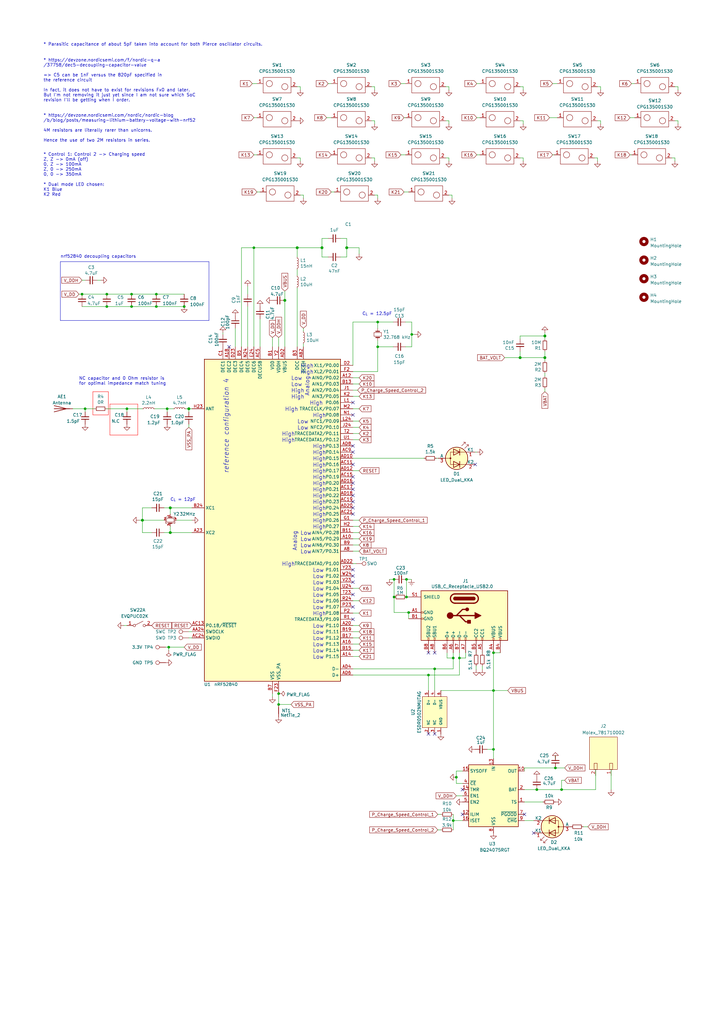
<source format=kicad_sch>
(kicad_sch (version 20230121) (generator eeschema)
  (paper "A3" portrait)
  (title_block (title "Right") (date "2023-07-16") (rev "V2") (company "Ergin") (comment 1 "Gabriel Hansson"))
  (junction (at 142.24 101.6) (diameter 1.016))
  (junction (at 220.218 323.85))
  (junction (at 188.468 269.875))
  (junction (at 43.815 125.73))
  (junction (at 202.438 267.716))
  (junction (at 69.215 265.43))
  (junction (at 178.308 274.32))
  (junction (at 114.3 288.925))
  (junction (at 223.52 146.685) (diameter 1.016))
  (junction (at 154.94 132.08))
  (junction (at 187.198 318.77))
  (junction (at 114.3 284.48))
  (junction (at 64.135 120.65))
  (junction (at 68.58 167.64))
  (junction (at 33.655 120.65))
  (junction (at 202.438 283.21))
  (junction (at 116.84 123.19) (diameter 1.016))
  (junction (at 34.925 167.64))
  (junction (at 175.768 276.86))
  (junction (at 154.94 142.24))
  (junction (at 185.928 269.875))
  (junction (at 121.92 101.6) (diameter 1.016))
  (junction (at 75.565 125.73))
  (junction (at 185.928 336.55))
  (junction (at 166.751 237.617))
  (junction (at 230.378 323.85))
  (junction (at 69.85 208.28) (diameter 1.016))
  (junction (at 168.91 137.16))
  (junction (at 58.42 213.36) (diameter 1.016))
  (junction (at 53.975 125.73))
  (junction (at 166.751 244.856))
  (junction (at 132.08 101.6) (diameter 1.016))
  (junction (at 53.975 120.65))
  (junction (at 213.36 146.685) (diameter 1.016))
  (junction (at 69.85 218.44) (diameter 1.016))
  (junction (at 161.671 244.856))
  (junction (at 43.815 120.65))
  (junction (at 77.47 167.64) (diameter 1.016))
  (junction (at 161.671 237.617))
  (junction (at 64.135 125.73))
  (junction (at 52.07 167.64))
  (junction (at 202.438 307.34))
  (junction (at 104.14 101.6))
  (junction (at 227.838 314.96))
  (junction (at 167.64 251.206))
  (junction (at 223.52 137.795) (diameter 1.016))
  (no_connect (at 144.78 170.18))
  (no_connect (at 144.78 182.88))
  (no_connect (at 178.308 300.99))
  (no_connect (at 144.78 185.42))
  (no_connect (at 144.78 210.82))
  (no_connect (at 144.78 190.5))
  (no_connect (at 144.78 254))
  (no_connect (at 144.78 243.84))
  (no_connect (at 144.78 195.58))
  (no_connect (at 175.768 267.716))
  (no_connect (at 144.78 238.76))
  (no_connect (at 144.78 208.28))
  (no_connect (at 144.78 165.1))
  (no_connect (at 144.78 198.12))
  (no_connect (at 215.138 334.01))
  (no_connect (at 144.78 236.22))
  (no_connect (at 144.78 200.66))
  (no_connect (at 189.738 323.85))
  (no_connect (at 144.78 233.68))
  (no_connect (at 144.78 203.2))
  (no_connect (at 218.948 341.63))
  (no_connect (at 175.768 300.99))
  (no_connect (at 189.738 334.01))
  (no_connect (at 93.98 142.24))
  (no_connect (at 144.78 248.92))
  (no_connect (at 194.945 190.5))
  (no_connect (at 144.78 205.74))
  (no_connect (at 178.308 267.716))
  (wire (pts (xy 179.705 187.96) (xy 179.07 187.96)))
  (wire (pts (xy 168.91 132.08) (xy 168.91 137.16)))
  (polyline (pts (xy 45.085 178.435) (xy 56.515 178.435)) (stroke (width 0) (color 255 0 0 1)))
  (wire (pts (xy 69.85 208.28) (xy 69.85 210.82)))
  (wire (pts (xy 77.47 259.08) (xy 78.74 259.08)))
  (wire (pts (xy 202.438 267.716) (xy 202.438 283.21)))
  (polyline (pts (xy 45.085 165.735) (xy 56.515 165.735)) (stroke (width 0) (color 255 0 0 1)))
  (wire (pts (xy 147.32 215.9) (xy 144.78 215.9)))
  (wire (pts (xy 144.78 175.26) (xy 147.32 175.26)))
  (wire (pts (xy 230.378 320.04) (xy 230.378 323.85)))
  (wire (pts (xy 230.378 323.85) (xy 244.348 323.85)))
  (wire (pts (xy 164.465 34.29) (xy 166.37 34.29)))
  (wire (pts (xy 142.24 97.79) (xy 142.24 101.6)))
  (wire (pts (xy 202.438 283.21) (xy 208.28 283.21)))
  (wire (pts (xy 161.671 251.206) (xy 161.671 244.856)))
  (wire (pts (xy 195.58 63.5) (xy 196.85 63.5)))
  (wire (pts (xy 202.438 283.21) (xy 202.438 307.34)))
  (wire (pts (xy 43.815 167.64) (xy 52.07 167.64)))
  (wire (pts (xy 147.32 269.24) (xy 144.78 269.24)))
  (wire (pts (xy 111.76 285.75) (xy 111.76 284.48)))
  (wire (pts (xy 175.768 276.86) (xy 188.468 276.86)))
  (wire (pts (xy 246.38 36.83) (xy 246.38 35.56)))
  (wire (pts (xy 114.3 138.43) (xy 114.3 142.24)))
  (wire (pts (xy 69.215 265.43) (xy 67.945 265.43)))
  (wire (pts (xy 195.58 185.42) (xy 194.945 185.42)))
  (wire (pts (xy 153.67 36.83) (xy 153.67 35.56)))
  (wire (pts (xy 104.14 142.24) (xy 104.14 101.6)))
  (wire (pts (xy 63.5 167.64) (xy 68.58 167.64)))
  (wire (pts (xy 147.32 213.36) (xy 144.78 213.36)))
  (wire (pts (xy 187.198 321.31) (xy 189.738 321.31)))
  (wire (pts (xy 153.67 64.77) (xy 152.4 64.77)))
  (polyline (pts (xy 45.085 165.735) (xy 45.085 178.435)) (stroke (width 0) (color 255 0 0 1)))
  (wire (pts (xy 246.38 49.53) (xy 245.11 49.53)))
  (wire (pts (xy 114.3 284.48) (xy 114.3 288.925)))
  (polyline (pts (xy 24.765 107.315) (xy 24.765 131.445)))
  (wire (pts (xy 180.848 334.01) (xy 179.578 334.01)))
  (wire (pts (xy 278.13 36.83) (xy 278.13 35.56)))
  (wire (pts (xy 184.15 64.77) (xy 182.88 64.77)))
  (wire (pts (xy 185.928 269.875) (xy 183.388 269.875)))
  (wire (pts (xy 132.08 101.6) (xy 132.08 105.41)))
  (wire (pts (xy 278.13 35.56) (xy 276.86 35.56)))
  (wire (pts (xy 144.78 274.32) (xy 178.308 274.32)))
  (wire (pts (xy 134.62 105.41) (xy 132.08 105.41)))
  (wire (pts (xy 147.32 264.16) (xy 144.78 264.16)))
  (wire (pts (xy 215.138 328.93) (xy 222.758 328.93)))
  (polyline (pts (xy 38.1 160.655) (xy 44.45 160.655)) (stroke (width 0) (color 255 0 0 1)))
  (wire (pts (xy 278.13 49.53) (xy 276.86 49.53)))
  (wire (pts (xy 144.78 172.72) (xy 147.32 172.72)))
  (wire (pts (xy 69.85 215.9) (xy 69.85 218.44)))
  (wire (pts (xy 147.32 246.38) (xy 144.78 246.38)))
  (wire (pts (xy 146.05 231.14) (xy 144.78 231.14)))
  (wire (pts (xy 276.86 64.77) (xy 275.59 64.77)))
  (wire (pts (xy 164.465 63.5) (xy 166.37 63.5)))
  (wire (pts (xy 116.84 123.19) (xy 116.84 119.38)))
  (wire (pts (xy 154.94 132.08) (xy 161.29 132.08)))
  (wire (pts (xy 124.46 134.62) (xy 124.46 135.89)))
  (wire (pts (xy 223.52 160.655) (xy 223.52 159.385)))
  (wire (pts (xy 159.766 237.617) (xy 161.671 237.617)))
  (wire (pts (xy 246.38 35.56) (xy 245.11 35.56)))
  (wire (pts (xy 187.198 326.39) (xy 189.738 326.39)))
  (wire (pts (xy 223.52 139.065) (xy 223.52 137.795)))
  (wire (pts (xy 101.6 125.73) (xy 101.6 142.24)))
  (wire (pts (xy 144.78 152.4) (xy 154.94 152.4)))
  (wire (pts (xy 227.838 314.96) (xy 231.648 314.96)))
  (wire (pts (xy 29.845 167.64) (xy 34.925 167.64)))
  (wire (pts (xy 223.52 137.795) (xy 213.36 137.795)))
  (wire (pts (xy 213.36 146.685) (xy 207.01 146.685)))
  (wire (pts (xy 187.198 318.77) (xy 187.198 321.31)))
  (wire (pts (xy 111.76 138.43) (xy 111.76 142.24)))
  (wire (pts (xy 147.32 218.44) (xy 144.78 218.44)))
  (wire (pts (xy 184.15 66.04) (xy 184.15 64.77)))
  (wire (pts (xy 197.866 273.05) (xy 197.866 274.574)))
  (wire (pts (xy 147.32 167.64) (xy 144.78 167.64)))
  (wire (pts (xy 69.215 266.7) (xy 69.215 265.43)))
  (wire (pts (xy 124.46 81.28) (xy 124.46 80.01)))
  (wire (pts (xy 57.15 213.36) (xy 58.42 213.36)))
  (wire (pts (xy 178.308 274.32) (xy 178.308 283.21)))
  (wire (pts (xy 77.47 175.26) (xy 77.47 173.99)))
  (wire (pts (xy 259.08 34.29) (xy 260.35 34.29)))
  (polyline (pts (xy 56.515 178.435) (xy 56.515 165.735)) (stroke (width 0) (color 255 0 0 1)))
  (wire (pts (xy 195.58 34.29) (xy 196.85 34.29)))
  (wire (pts (xy 91.44 136.525) (xy 91.44 137.16)))
  (wire (pts (xy 72.39 213.36) (xy 78.74 213.36)))
  (wire (pts (xy 77.47 261.62) (xy 78.74 261.62)))
  (wire (pts (xy 144.78 180.34) (xy 147.32 180.34)))
  (wire (pts (xy 167.64 251.206) (xy 167.64 253.746)))
  (wire (pts (xy 185.928 336.55) (xy 185.928 340.36)))
  (wire (pts (xy 223.52 137.795) (xy 223.52 136.525)))
  (wire (pts (xy 104.14 48.26) (xy 105.41 48.26)))
  (wire (pts (xy 191.008 269.875) (xy 191.008 267.716)))
  (wire (pts (xy 147.32 266.7) (xy 144.78 266.7)))
  (wire (pts (xy 165.735 48.26) (xy 166.37 48.26)))
  (wire (pts (xy 69.85 218.44) (xy 78.74 218.44)))
  (wire (pts (xy 67.31 213.36) (xy 58.42 213.36)))
  (wire (pts (xy 215.138 323.85) (xy 220.218 323.85)))
  (wire (pts (xy 121.92 113.03) (xy 121.92 110.49)))
  (wire (pts (xy 202.438 307.34) (xy 202.438 311.15)))
  (wire (pts (xy 199.898 307.34) (xy 202.438 307.34)))
  (wire (pts (xy 223.52 146.685) (xy 223.52 144.145)))
  (wire (pts (xy 214.63 66.04) (xy 214.63 64.77)))
  (wire (pts (xy 78.74 208.28) (xy 69.85 208.28)))
  (wire (pts (xy 58.42 213.36) (xy 58.42 208.28)))
  (wire (pts (xy 184.15 50.8) (xy 184.15 49.53)))
  (wire (pts (xy 144.78 276.86) (xy 175.768 276.86)))
  (wire (pts (xy 231.648 320.04) (xy 230.378 320.04)))
  (wire (pts (xy 223.52 147.955) (xy 223.52 146.685)))
  (wire (pts (xy 166.751 237.617) (xy 166.751 244.856)))
  (wire (pts (xy 101.6 117.475) (xy 101.6 120.65)))
  (wire (pts (xy 214.63 64.77) (xy 213.36 64.77)))
  (wire (pts (xy 96.52 134.62) (xy 96.52 142.24)))
  (wire (pts (xy 78.74 167.64) (xy 77.47 167.64)))
  (wire (pts (xy 142.24 101.6) (xy 147.32 101.6)))
  (wire (pts (xy 53.975 125.73) (xy 64.135 125.73)))
  (wire (pts (xy 250.698 315.595) (xy 250.698 323.85)))
  (wire (pts (xy 33.655 125.73) (xy 43.815 125.73)))
  (wire (pts (xy 114.3 288.925) (xy 119.38 288.925)))
  (wire (pts (xy 226.695 63.5) (xy 227.33 63.5)))
  (wire (pts (xy 184.15 49.53) (xy 182.88 49.53)))
  (wire (pts (xy 75.565 265.43) (xy 69.215 265.43)))
  (wire (pts (xy 226.695 34.29) (xy 228.6 34.29)))
  (wire (pts (xy 144.78 241.3) (xy 147.32 241.3)))
  (wire (pts (xy 258.445 63.5) (xy 259.08 63.5)))
  (wire (pts (xy 278.13 50.8) (xy 278.13 49.53)))
  (wire (pts (xy 116.84 142.24) (xy 116.84 123.19)))
  (wire (pts (xy 53.975 120.65) (xy 64.135 120.65)))
  (wire (pts (xy 104.14 63.5) (xy 105.41 63.5)))
  (wire (pts (xy 147.32 223.52) (xy 144.78 223.52)))
  (wire (pts (xy 139.7 105.41) (xy 142.24 105.41)))
  (polyline (pts (xy 38.1 160.655) (xy 38.1 170.18)) (stroke (width 0) (color 255 0 0 1)))
  (wire (pts (xy 154.94 142.24) (xy 154.94 139.7)))
  (wire (pts (xy 188.468 269.875) (xy 188.468 276.86)))
  (wire (pts (xy 195.326 273.05) (xy 195.326 274.574)))
  (wire (pts (xy 123.19 35.56) (xy 123.19 36.83)))
  (wire (pts (xy 147.32 259.08) (xy 144.78 259.08)))
  (wire (pts (xy 245.11 66.04) (xy 245.11 64.77)))
  (wire (pts (xy 147.32 226.06) (xy 144.78 226.06)))
  (wire (pts (xy 133.985 48.26) (xy 135.89 48.26)))
  (wire (pts (xy 124.46 80.01) (xy 123.19 80.01)))
  (wire (pts (xy 147.32 177.8) (xy 144.78 177.8)))
  (wire (pts (xy 124.46 140.97) (xy 124.46 142.24)))
  (wire (pts (xy 197.866 267.716) (xy 197.866 267.97)))
  (wire (pts (xy 188.468 269.875) (xy 191.008 269.875)))
  (wire (pts (xy 214.63 49.53) (xy 213.36 49.53)))
  (wire (pts (xy 77.47 167.64) (xy 77.47 168.91)))
  (wire (pts (xy 33.655 120.65) (xy 43.815 120.65)))
  (wire (pts (xy 71.12 167.64) (xy 68.58 167.64)))
  (wire (pts (xy 195.326 267.716) (xy 195.326 267.97)))
  (wire (pts (xy 153.67 50.8) (xy 153.67 49.53)))
  (wire (pts (xy 121.92 101.6) (xy 132.08 101.6)))
  (wire (pts (xy 227.838 309.88) (xy 227.838 311.15)))
  (wire (pts (xy 185.928 274.32) (xy 185.928 269.875)))
  (wire (pts (xy 244.348 315.595) (xy 244.348 323.85)))
  (wire (pts (xy 135.89 78.74) (xy 137.16 78.74)))
  (wire (pts (xy 215.138 314.96) (xy 215.138 316.23)))
  (wire (pts (xy 213.36 146.685) (xy 213.36 144.145)))
  (wire (pts (xy 223.52 146.685) (xy 213.36 146.685)))
  (wire (pts (xy 33.655 114.935) (xy 34.925 114.935)))
  (wire (pts (xy 225.425 48.26) (xy 228.6 48.26)))
  (wire (pts (xy 215.138 336.55) (xy 218.948 336.55)))
  (wire (pts (xy 166.37 132.08) (xy 168.91 132.08)))
  (wire (pts (xy 170.18 137.16) (xy 168.91 137.16)))
  (wire (pts (xy 68.58 167.64) (xy 68.58 168.91)))
  (wire (pts (xy 134.62 34.29) (xy 135.89 34.29)))
  (wire (pts (xy 99.06 142.24) (xy 99.06 101.6)))
  (wire (pts (xy 154.94 142.24) (xy 161.29 142.24)))
  (wire (pts (xy 52.07 256.54) (xy 50.8 256.54)))
  (wire (pts (xy 64.135 125.73) (xy 75.565 125.73)))
  (wire (pts (xy 144.78 132.08) (xy 154.94 132.08)))
  (wire (pts (xy 168.783 237.617) (xy 166.751 237.617)))
  (wire (pts (xy 43.815 125.73) (xy 53.975 125.73)))
  (wire (pts (xy 144.78 251.46) (xy 147.32 251.46)))
  (wire (pts (xy 195.58 48.26) (xy 196.85 48.26)))
  (wire (pts (xy 147.32 220.98) (xy 144.78 220.98)))
  (wire (pts (xy 144.78 149.86) (xy 144.78 132.08)))
  (wire (pts (xy 161.671 237.617) (xy 161.671 244.856)))
  (wire (pts (xy 132.08 97.79) (xy 134.62 97.79)))
  (wire (pts (xy 258.445 48.26) (xy 260.35 48.26)))
  (wire (pts (xy 187.198 316.23) (xy 187.198 318.77)))
  (wire (pts (xy 153.67 49.53) (xy 152.4 49.53)))
  (wire (pts (xy 185.42 80.01) (xy 184.15 80.01)))
  (wire (pts (xy 276.86 64.77) (xy 276.86 66.04)))
  (wire (pts (xy 121.92 118.11) (xy 121.92 142.24)))
  (wire (pts (xy 69.85 218.44) (xy 67.31 218.44)))
  (wire (pts (xy 214.63 35.56) (xy 214.63 36.83)))
  (wire (pts (xy 215.138 314.96) (xy 227.838 314.96)))
  (wire (pts (xy 214.63 35.56) (xy 213.36 35.56)))
  (wire (pts (xy 185.42 81.28) (xy 185.42 80.01)))
  (wire (pts (xy 123.19 35.56) (xy 121.92 35.56)))
  (wire (pts (xy 103.505 34.29) (xy 105.41 34.29)))
  (wire (pts (xy 166.751 244.856) (xy 167.64 244.856)))
  (wire (pts (xy 184.15 35.56) (xy 182.88 35.56)))
  (wire (pts (xy 165.735 78.74) (xy 167.64 78.74)))
  (wire (pts (xy 144.78 157.48) (xy 147.32 157.48)))
  (wire (pts (xy 185.928 267.716) (xy 185.928 269.875)))
  (wire (pts (xy 40.005 114.935) (xy 41.275 114.935)))
  (wire (pts (xy 106.68 130.81) (xy 106.68 142.24)))
  (wire (pts (xy 123.19 64.77) (xy 121.92 64.77)))
  (wire (pts (xy 183.388 269.875) (xy 183.388 267.716)))
  (wire (pts (xy 185.928 336.55) (xy 189.738 336.55)))
  (wire (pts (xy 154.94 152.4) (xy 154.94 142.24)))
  (wire (pts (xy 168.91 137.16) (xy 168.91 142.24)))
  (wire (pts (xy 202.438 267.716) (xy 205.232 267.716)))
  (wire (pts (xy 154.94 80.01) (xy 153.67 80.01)))
  (wire (pts (xy 32.385 120.65) (xy 33.655 120.65)))
  (wire (pts (xy 175.768 276.86) (xy 175.768 283.21)))
  (wire (pts (xy 104.14 101.6) (xy 121.92 101.6)))
  (polyline (pts (xy 38.1 170.18) (xy 44.45 170.18)) (stroke (width 0) (color 255 0 0 1)))
  (wire (pts (xy 223.52 153.035) (xy 223.52 154.305)))
  (wire (pts (xy 154.94 81.28) (xy 154.94 80.01)))
  (wire (pts (xy 99.06 101.6) (xy 104.14 101.6)))
  (wire (pts (xy 58.42 208.28) (xy 62.23 208.28)))
  (wire (pts (xy 147.32 193.04) (xy 144.78 193.04)))
  (wire (pts (xy 154.94 134.62) (xy 154.94 132.08)))
  (wire (pts (xy 147.32 256.54) (xy 144.78 256.54)))
  (wire (pts (xy 246.38 50.8) (xy 246.38 49.53)))
  (wire (pts (xy 105.41 78.74) (xy 106.68 78.74)))
  (wire (pts (xy 144.78 261.62) (xy 147.32 261.62)))
  (wire (pts (xy 64.135 120.65) (xy 75.565 120.65)))
  (wire (pts (xy 147.32 162.56) (xy 144.78 162.56)))
  (wire (pts (xy 144.78 187.96) (xy 173.99 187.96)))
  (wire (pts (xy 220.218 323.85) (xy 230.378 323.85)))
  (wire (pts (xy 62.23 218.44) (xy 58.42 218.44)))
  (wire (pts (xy 168.91 142.24) (xy 166.37 142.24)))
  (wire (pts (xy 178.308 274.32) (xy 185.928 274.32)))
  (wire (pts (xy 69.85 208.28) (xy 67.31 208.28)))
  (wire (pts (xy 132.08 97.79) (xy 132.08 101.6)))
  (polyline (pts (xy 85.725 131.445) (xy 85.725 107.315)))
  (polyline (pts (xy 24.765 107.315) (xy 85.725 107.315)))
  (wire (pts (xy 241.173 339.09) (xy 239.268 339.09)))
  (wire (pts (xy 139.7 97.79) (xy 142.24 97.79)))
  (wire (pts (xy 52.07 168.91) (xy 52.07 167.64)))
  (wire (pts (xy 58.42 218.44) (xy 58.42 213.36)))
  (wire (pts (xy 34.925 168.91) (xy 34.925 167.64)))
  (wire (pts (xy 153.67 66.04) (xy 153.67 64.77)))
  (wire (pts (xy 147.32 101.6) (xy 147.32 104.14)))
  (polyline (pts (xy 24.765 131.445) (xy 85.725 131.445)))
  (wire (pts (xy 153.67 35.56) (xy 152.4 35.56)))
  (wire (pts (xy 123.19 66.04) (xy 123.19 64.77)))
  (wire (pts (xy 185.928 334.01) (xy 185.928 336.55)))
  (wire (pts (xy 146.685 160.02) (xy 144.78 160.02)))
  (wire (pts (xy 52.07 167.64) (xy 58.42 167.64)))
  (wire (pts (xy 34.925 167.64) (xy 38.735 167.64)))
  (wire (pts (xy 187.198 316.23) (xy 189.738 316.23)))
  (polyline (pts (xy 44.45 170.18) (xy 44.45 160.655)) (stroke (width 0) (color 255 0 0 1)))
  (wire (pts (xy 167.64 251.206) (xy 161.671 251.206)))
  (wire (pts (xy 179.578 340.36) (xy 180.848 340.36)))
  (wire (pts (xy 76.2 167.64) (xy 77.47 167.64)))
  (wire (pts (xy 142.24 105.41) (xy 142.24 101.6)))
  (wire (pts (xy 214.63 50.8) (xy 214.63 49.53)))
  (wire (pts (xy 188.468 267.716) (xy 188.468 269.875)))
  (wire (pts (xy 184.15 36.83) (xy 184.15 35.56)))
  (wire (pts (xy 43.815 120.65) (xy 53.975 120.65)))
  (wire (pts (xy 121.92 105.41) (xy 121.92 101.6)))
  (wire (pts (xy 147.32 154.94) (xy 144.78 154.94)))
  (wire (pts (xy 213.36 137.795) (xy 213.36 139.065)))
  (wire (pts (xy 202.438 283.21) (xy 180.848 283.21)))
  (wire (pts (xy 245.11 64.77) (xy 243.84 64.77)))
  (text "High" (at 123.19 153.67 0) (effects (font (size 1.6 1.6)) (justify left bottom)))
  (text "Low\n" (at 128.27 260.35 0) (effects (font (size 1.6 1.6)) (justify left bottom)))
  (text "High" (at 128.27 171.45 0) (effects (font (size 1.6 1.6)) (justify left bottom)))
  (text "Low\n" (at 128.27 257.81 0) (effects (font (size 1.6 1.6)) (justify left bottom)))
  (text "Low\n" (at 128.27 270.51 0) (effects (font (size 1.6 1.6)) (justify left bottom)))
  (text "High" (at 128.27 204.47 0) (effects (font (size 1.6 1.6)) (justify left bottom)))
  (text "Low\n" (at 121.92 176.53 0) (effects (font (size 1.6 1.6)) (justify left bottom)))
  (text "Low\n" (at 128.27 247.65 0) (effects (font (size 1.6 1.6)) (justify left bottom)))
  (text "High" (at 127 166.37 0) (effects (font (size 1.6 1.6)) (justify left bottom)))
  (text "Low\n" (at 128.27 237.49 0) (effects (font (size 1.6 1.6)) (justify left bottom)))
  (text "High" (at 128.27 201.93 0) (effects (font (size 1.6 1.6)) (justify left bottom)))
  (text "C_{L} = 12pF" (at 69.85 205.74 0) (effects (font (size 1.27 1.27)) (justify left bottom)))
  (text "Low\n" (at 128.27 242.57 0) (effects (font (size 1.6 1.6)) (justify left bottom)))
  (text "Low\n" (at 128.27 267.97 0) (effects (font (size 1.6 1.6)) (justify left bottom)))
  (text "* Dual mode LED chosen:\nK1 Blue \nK2 Red\n" (at 17.78 80.645 0) (effects (font (size 1.27 1.27)) (justify left bottom)))
  (text "High" (at 128.27 199.39 0) (effects (font (size 1.6 1.6)) (justify left bottom)))
  (text "Low\n" (at 128.27 245.11 0) (effects (font (size 1.6 1.6)) (justify left bottom)))
  (text "High" (at 116.84 168.91 0) (effects (font (size 1.6 1.6)) (justify left bottom)))
  (text "High" (at 123.19 151.13 0) (effects (font (size 1.6 1.6)) (justify left bottom)))
  (text "* https://devzone.nordicsemi.com/nordic/nordic-blog\n/b/blog/posts/measuring-lithium-battery-voltage-with-nrf52\n\n4M resistors are literally rarer than unicorns.\n\nHence the use of two 2M resistors in series." (at 17.78 58.42 0) (effects (font (size 1.27 1.27)) (justify left bottom)))
  (text "High" (at 128.27 189.23 0) (effects (font (size 1.6 1.6)) (justify left bottom)))
  (text "High" (at 115.57 181.61 0) (effects (font (size 1.6 1.6)) (justify left bottom)))
  (text "High" (at 128.27 186.69 0) (effects (font (size 1.6 1.6)) (justify left bottom)))
  (text "High" (at 128.27 214.63 0) (effects (font (size 1.6 1.6)) (justify left bottom)))
  (text "Low\n" (at 119.38 158.75 0) (effects (font (size 1.6 1.6)) (justify left bottom)))
  (text "Low\n" (at 128.27 265.43 0) (effects (font (size 1.6 1.6)) (justify left bottom)))
  (text "nrf52840 decoupling capacitors" (at 24.765 106.045 0) (effects (font (size 1.27 1.27)) (justify left bottom)))
  (text "* Parasitic capacitance of about 5pF taken into account for both Pierce oscillator circuits." (at 17.78 19.05 0) (effects (font (size 1.27 1.27)) (justify left bottom)))
  (text "Low\n" (at 121.92 173.99 0) (effects (font (size 1.6 1.6)) (justify left bottom)))
  (text "High" (at 128.27 212.09 0) (effects (font (size 1.6 1.6)) (justify left bottom)))
  (text "High" (at 128.27 184.15 0) (effects (font (size 1.6 1.6)) (justify left bottom)))
  (text "Low\n" (at 123.19 219.71 0) (effects (font (size 1.6 1.6)) (justify left bottom)))
  (text "High" (at 119.38 163.83 0) (effects (font (size 1.6 1.6)) (justify left bottom)))
  (text "High" (at 128.27 217.17 0) (effects (font (size 1.6 1.6)) (justify left bottom)))
  (text "Low\n" (at 128.27 234.95 0) (effects (font (size 1.6 1.6)) (justify left bottom)))
  (text "reference configuration 4" (at 93.98 194.31 90) (effects (font (size 2 2) italic) (justify left bottom)))
  (text "C_{L} = 12.5pF" (at 148.59 129.54 0) (effects (font (size 1.27 1.27)) (justify left bottom)))
  (text "High" (at 128.27 207.01 0) (effects (font (size 1.6 1.6)) (justify left bottom)))
  (text "High" (at 119.38 161.29 0) (effects (font (size 1.6 1.6)) (justify left bottom)))
  (text "Low\n" (at 128.27 250.19 0) (effects (font (size 1.6 1.6)) (justify left bottom)))
  (text "High" (at 128.27 209.55 0) (effects (font (size 1.6 1.6)) (justify left bottom)))
  (text "* https://devzone.nordicsemi.com/f/nordic-q-a\n/37758/dec5-decoupling-capacitor-value\n\n=> C5 can be 1nF versus the 820pF specified in\nthe reference circuit\n\nIn fact, it does not have to exist for revisions Fx0 and later.\nBut I'm not removing it just yet since I am not sure which SoC \nrevision I'll be getting when I order." (at 17.78 41.91 0) (effects (font (size 1.27 1.27)) (justify left bottom)))
  (text "Low\n" (at 119.38 156.21 0) (effects (font (size 1.6 1.6)) (justify left bottom)))
  (text "High" (at 115.57 232.41 0) (effects (font (size 1.6 1.6)) (justify left bottom)))
  (text "* Control 1: Control 2 -> Charging speed\nZ, Z -> 0mA (off)\n0, Z -> 100mA\nZ, 0 -> 250mA\n0, 0 -> 350mA" (at 17.78 72.39 0) (effects (font (size 1.27 1.27)) (justify left bottom)))
  (text "High" (at 115.57 179.07 0) (effects (font (size 1.6 1.6)) (justify left bottom)))
  (text "Low\n" (at 128.27 240.03 0) (effects (font (size 1.6 1.6)) (justify left bottom)))
  (text "Low\n" (at 123.19 222.25 0) (effects (font (size 1.6 1.6)) (justify left bottom)))
  (text "Analog" (at 127 162.56 90) (effects (font (size 1.6 1.6)) (justify left bottom)))
  (text "High" (at 128.27 196.85 0) (effects (font (size 1.6 1.6)) (justify left bottom)))
  (text "High" (at 128.27 194.31 0) (effects (font (size 1.6 1.6)) (justify left bottom)))
  (text "High" (at 128.27 252.73 0) (effects (font (size 1.6 1.6)) (justify left bottom)))
  (text "Analog" (at 121.92 226.06 90) (effects (font (size 1.6 1.6)) (justify left bottom)))
  (text "NC capacitor and 0 Ohm resistor is\nfor optimal impedance match tuning" (at 32.385 158.115 0) (effects (font (size 1.27 1.27)) (justify left bottom)))
  (text "Low\n" (at 128.27 262.89 0) (effects (font (size 1.6 1.6)) (justify left bottom)))
  (text "Low\n" (at 123.19 224.79 0) (effects (font (size 1.6 1.6)) (justify left bottom)))
  (text "Low\n" (at 123.19 227.33 0) (effects (font (size 1.6 1.6)) (justify left bottom)))
  (text "High" (at 128.2697 191.8316 0) (effects (font (size 1.6 1.6)) (justify left bottom)))
  (global_label "RESET" (shape input) (at 147.32 193.04 0) (property "Intersheetrefs" "${INTERSHEET_REFS}" (effects hide)))
  (global_label "V_DDH" (shape input) (at 187.198 326.39 180) (property "Intersheetrefs" "${INTERSHEET_REFS}" (effects hide)))
  (global_label "K20" (shape input) (at 147.32 154.94 0) (property "Intersheetrefs" "${INTERSHEET_REFS}" (effects hide)))
  (global_label "K11" (shape input) (at 147.32 261.62 0) (property "Intersheetrefs" "${INTERSHEET_REFS}" (effects hide)))
  (global_label "K20" (shape input) (at 135.89 78.74 180) (property "Intersheetrefs" "${INTERSHEET_REFS}" (effects hide)))
  (global_label "K14" (shape input) (at 135.89 63.5 180) (property "Intersheetrefs" "${INTERSHEET_REFS}" (effects hide)))
  (global_label "K8" (shape input) (at 133.985 48.26 180) (property "Intersheetrefs" "${INTERSHEET_REFS}" (effects hide)))
  (global_label "V_DD" (shape input) (at 124.46 134.62 90) (property "Intersheetrefs" "${INTERSHEET_REFS}" (effects hide)))
  (global_label "RESET" (shape input) (at 62.23 256.54 0) (property "Intersheetrefs" "${INTERSHEET_REFS}" (effects hide)))
  (global_label "VSS_PA" (shape input) (at 77.47 175.26 270) (property "Intersheetrefs" "${INTERSHEET_REFS}" (effects hide)))
  (global_label "VBAT" (shape input) (at 223.52 160.655 270) (property "Intersheetrefs" "${INTERSHEET_REFS}" (effects hide)))
  (global_label "K12" (shape input) (at 258.445 48.26 180) (property "Intersheetrefs" "${INTERSHEET_REFS}" (effects hide)))
  (global_label "K18" (shape input) (at 147.32 259.08 0) (property "Intersheetrefs" "${INTERSHEET_REFS}" (effects hide)))
  (global_label "K4" (shape input) (at 147.32 175.26 0) (property "Intersheetrefs" "${INTERSHEET_REFS}" (effects hide)))
  (global_label "K16" (shape input) (at 147.32 218.44 0) (property "Intersheetrefs" "${INTERSHEET_REFS}" (effects hide)))
  (global_label "P_Charge_Speed_Control_2" (shape input) (at 179.578 340.36 180) (property "Intersheetrefs" "${INTERSHEET_REFS}" (effects hide)))
  (global_label "K2" (shape input) (at 134.62 34.29 180) (property "Intersheetrefs" "${INTERSHEET_REFS}" (effects hide)))
  (global_label "VBAT" (shape input) (at 231.648 320.04 0) (property "Intersheetrefs" "${INTERSHEET_REFS}" (effects hide)))
  (global_label "K14" (shape input) (at 147.32 215.9 0) (property "Intersheetrefs" "${INTERSHEET_REFS}" (effects hide)))
  (global_label "K5" (shape input) (at 226.695 34.29 180) (property "Intersheetrefs" "${INTERSHEET_REFS}" (effects hide)))
  (global_label "K7" (shape input) (at 104.14 48.26 180) (property "Intersheetrefs" "${INTERSHEET_REFS}" (effects hide)))
  (global_label "K6" (shape input) (at 259.08 34.29 180) (property "Intersheetrefs" "${INTERSHEET_REFS}" (effects hide)))
  (global_label "K15" (shape input) (at 164.465 63.5 180) (property "Intersheetrefs" "${INTERSHEET_REFS}" (effects hide)))
  (global_label "K11" (shape input) (at 225.425 48.26 180) (property "Intersheetrefs" "${INTERSHEET_REFS}" (effects hide)))
  (global_label "P_Charge_Speed_Control_1" (shape input) (at 147.32 213.36 0) (property "Intersheetrefs" "${INTERSHEET_REFS}" (effects hide)))
  (global_label "K2" (shape input) (at 147.32 177.8 0) (property "Intersheetrefs" "${INTERSHEET_REFS}" (effects hide)))
  (global_label "VSS_PA" (shape input) (at 119.38 288.925 0) (property "Intersheetrefs" "${INTERSHEET_REFS}" (effects hide)))
  (global_label "K13" (shape input) (at 147.32 162.56 0) (property "Intersheetrefs" "${INTERSHEET_REFS}" (effects hide)))
  (global_label "K15" (shape input) (at 147.32 264.16 0) (property "Intersheetrefs" "${INTERSHEET_REFS}" (effects hide)))
  (global_label "K17" (shape input) (at 226.695 63.5 180) (property "Intersheetrefs" "${INTERSHEET_REFS}" (effects hide)))
  (global_label "K13" (shape input) (at 104.14 63.5 180) (property "Intersheetrefs" "${INTERSHEET_REFS}" (effects hide)))
  (global_label "K1" (shape input) (at 103.505 34.29 180) (property "Intersheetrefs" "${INTERSHEET_REFS}" (effects hide)))
  (global_label "K19" (shape input) (at 105.41 78.74 180) (property "Intersheetrefs" "${INTERSHEET_REFS}" (effects hide)))
  (global_label "K12" (shape input) (at 147.32 246.38 0) (property "Intersheetrefs" "${INTERSHEET_REFS}" (effects hide)))
  (global_label "V_DD" (shape input) (at 75.565 265.43 0) (property "Intersheetrefs" "${INTERSHEET_REFS}" (effects hide)))
  (global_label "K4" (shape input) (at 195.58 34.29 180) (property "Intersheetrefs" "${INTERSHEET_REFS}" (effects hide)))
  (global_label "V_DD" (shape input) (at 32.385 120.65 180) (property "Intersheetrefs" "${INTERSHEET_REFS}" (effects hide)))
  (global_label "K16" (shape input) (at 195.58 63.5 180) (property "Intersheetrefs" "${INTERSHEET_REFS}" (effects hide)))
  (global_label "K3" (shape input) (at 164.465 34.29 180) (property "Intersheetrefs" "${INTERSHEET_REFS}" (effects hide)))
  (global_label "K17" (shape input) (at 147.32 266.7 0) (property "Intersheetrefs" "${INTERSHEET_REFS}" (effects hide)))
  (global_label "K10" (shape input) (at 147.32 157.48 0) (property "Intersheetrefs" "${INTERSHEET_REFS}" (effects hide)))
  (global_label "RESET" (shape input) (at 78.74 256.54 180) (property "Intersheetrefs" "${INTERSHEET_REFS}" (effects hide)))
  (global_label "BAT_VOLT" (shape input) (at 207.01 146.685 180) (property "Intersheetrefs" "${INTERSHEET_REFS}" (effects hide)))
  (global_label "V_DDH" (shape input) (at 231.648 314.96 0) (property "Intersheetrefs" "${INTERSHEET_REFS}" (effects hide)))
  (global_label "P_Charge_Speed_Control_2" (shape input) (at 146.685 160.02 0) (property "Intersheetrefs" "${INTERSHEET_REFS}" (effects hide)))
  (global_label "P_Charge_Speed_Control_1" (shape input) (at 179.578 334.01 180) (property "Intersheetrefs" "${INTERSHEET_REFS}" (effects hide)))
  (global_label "K9" (shape input) (at 147.32 256.54 0) (property "Intersheetrefs" "${INTERSHEET_REFS}" (effects hide)))
  (global_label "K9" (shape input) (at 165.735 48.26 180) (property "Intersheetrefs" "${INTERSHEET_REFS}" (effects hide)))
  (global_label "K3" (shape input) (at 147.32 180.34 0) (property "Intersheetrefs" "${INTERSHEET_REFS}" (effects hide)))
  (global_label "VBUS" (shape input) (at 116.84 119.38 90) (property "Intersheetrefs" "${INTERSHEET_REFS}" (effects hide)))
  (global_label "K18" (shape input) (at 258.445 63.5 180) (property "Intersheetrefs" "${INTERSHEET_REFS}" (effects hide)))
  (global_label "K8" (shape input) (at 147.32 223.52 0) (property "Intersheetrefs" "${INTERSHEET_REFS}" (effects hide)))
  (global_label "K7" (shape input) (at 147.32 167.64 0) (property "Intersheetrefs" "${INTERSHEET_REFS}" (effects hide)))
  (global_label "V_DDH" (shape input) (at 114.3 138.43 90) (property "Intersheetrefs" "${INTERSHEET_REFS}" (effects hide)))
  (global_label "BAT_VOLT" (shape input) (at 147.32 226.06 0) (property "Intersheetrefs" "${INTERSHEET_REFS}" (effects hide)))
  (global_label "K1" (shape input) (at 147.32 251.46 0) (property "Intersheetrefs" "${INTERSHEET_REFS}" (effects hide)))
  (global_label "V_DDH" (shape input) (at 241.173 339.09 0) (property "Intersheetrefs" "${INTERSHEET_REFS}" (effects hide)))
  (global_label "K21" (shape input) (at 147.32 269.24 0) (property "Intersheetrefs" "${INTERSHEET_REFS}" (effects hide)))
  (global_label "K19" (shape input) (at 147.32 220.98 0) (property "Intersheetrefs" "${INTERSHEET_REFS}" (effects hide)))
  (global_label "K5" (shape input) (at 147.32 172.72 0) (property "Intersheetrefs" "${INTERSHEET_REFS}" (effects hide)))
  (global_label "V_DDH" (shape input) (at 33.655 114.935 180) (property "Intersheetrefs" "${INTERSHEET_REFS}" (effects hide)))
  (global_label "K21" (shape input) (at 165.735 78.74 180) (property "Intersheetrefs" "${INTERSHEET_REFS}" (effects hide)))
  (global_label "K10" (shape input) (at 195.58 48.26 180) (property "Intersheetrefs" "${INTERSHEET_REFS}" (effects hide)))
  (global_label "K6" (shape input) (at 147.32 241.3 0) (property "Intersheetrefs" "${INTERSHEET_REFS}" (effects hide)))
  (global_label "VBUS" (shape input) (at 208.28 283.21 0) (property "Intersheetrefs" "${INTERSHEET_REFS}" (effects hide)))
  (global_label "V_DD" (shape input) (at 111.76 138.43 90) (property "Intersheetrefs" "${INTERSHEET_REFS}" (effects hide)))
  (symbol (lib_id "power:GND") (at 68.58 173.99 0) (unit 1)
    (property "Reference" "#PWR034" (effects hide))
    (property "Value" "GND" (effects hide))
  )
  (symbol (lib_name "GND_47") (lib_id "power:GND") (at 52.07 173.99 0) (unit 1)
    (property "Reference" "#PWR033" (effects hide))
    (property "Value" "GND" (effects hide))
  )
  (symbol (lib_name "GND_5") (lib_id "power:GND") (at 227.838 311.15 180) (unit 1)
    (property "Reference" "#PWR048" (effects hide))
    (property "Value" "GND" (effects hide))
  )
  (symbol (lib_name "GND_46") (lib_id "power:GND") (at 101.6 117.475 180) (unit 1)
    (property "Reference" "#PWR024" (effects hide))
    (property "Value" "GND" (effects hide))
  )
  (symbol (lib_name "GND_45") (lib_id "power:GND") (at 246.38 50.8 0) (unit 1)
    (property "Reference" "#PWR011" (effects hide))
    (property "Value" "GND" (effects hide))
  )
  (symbol (lib_name "GND_44") (lib_id "power:GND") (at 78.74 213.36 90) (unit 1)
    (property "Reference" "#PWR037" (effects hide))
    (property "Value" "GND" (effects hide))
  )
  (symbol (lib_id "Kailh_socket_PG1350:Choc v1 Socket") (at 267.97 50.8 0) (unit 1)
    (property "Reference" "SW12" (at 268.605 41.275 0))
    (property "Value" "CPG135001S30" (at 268.605 43.815 0))
    (property "Footprint" "lib:Kailh_socket_PG1350" (effects hide))
    (property "Datasheet" "https://www.kailhswitch.com/Content/upload/pdf/202115927/CPG135001S30-data-sheet.pdf?rnd=485" (effects hide))
    (property "Manufacturer Part" "CPG135001S30" (effects hide))
    (property "JLC Part" "C5333465" (effects hide))
    (property "LCSC Part" "C5333465" (effects hide))
  )
  (symbol (lib_id "MCU_Nordic:nRF52840") (at 111.76 213.36 0) (unit 1)
    (property "Reference" "U1" (at 85.09 280.67 0))
    (property "Value" "nRF52840" (at 92.71 280.67 0))
    (property "Footprint" "Package_DFN_QFN:Nordic_AQFN-73-1EP_7x7mm_P0.5mm" (effects hide))
    (property "Datasheet" "http://infocenter.nordicsemi.com/topic/com.nordic.infocenter.nrf52/dita/nrf52/chips/nrf52840.html" (effects hide))
    (property "LCSC Part" "C1851953" (effects hide))
    (property "Digikey" "1490-1071-1-ND" (effects hide))
    (property "Manufacturer Part" "NRF52840-QIAA-R" (effects hide))
    (property "JLC Part" "C1851953" (effects hide))
  )
  (symbol (lib_id "Device:C_Small") (at 227.838 312.42 0) (unit 1)
    (property "Reference" "C25" (at 223.266 309.88 0))
    (property "Value" "4.7uF" (at 223.0524 312.42 0))
    (property "Footprint" "Capacitor_SMD:C_0402_1005Metric" (effects hide))
    (property "LCSC Part" "C368809" (effects hide))
    (property "Digikey" "1276-1784-1-ND" (effects hide))
    (property "Manufacturer Part" "CL05A475KP5NRNC" (effects hide))
    (property "JLC Part" "C23733" (effects hide))
  )
  (symbol (lib_name "GND_41") (lib_id "power:GND") (at 106.68 125.73 180) (unit 1)
    (property "Reference" "#PWR027" (effects hide))
    (property "Value" "GND" (effects hide))
  )
  (symbol (lib_id "Device:C_Small") (at 34.925 171.45 180) (unit 1)
    (property "Reference" "C17" (at 29.845 170.18 0) (effects (justify right)))
    (property "Value" "1.5pF" (at 27.305 172.72 0) (effects (justify right)))
    (property "Footprint" "Capacitor_SMD:C_0402_1005Metric" (effects hide))
    (property "LCSC Part" "C170150" (effects hide))
    (property "Digikey" "1276-1658-1-ND" (effects hide))
    (property "Manufacturer Part" "CL05C1R5CB5NNNC" (effects hide))
    (property "JLC Part" "C1552" (effects hide))
  )
  (symbol (lib_id "Device:C_Small") (at 96.52 132.08 0) (unit 1)
    (property "Reference" "C12" (at 91.44 132.08 90))
    (property "Value" "100pF" (at 93.345 132.08 90))
    (property "Footprint" "Capacitor_SMD:C_0402_1005Metric" (effects hide))
    (property "LCSC Part" "C26409" (effects hide))
    (property "Digikey" "478-1082-1-ND" (effects hide))
    (property "Manufacturer Part" "CL05C101JB5NNNC" (effects hide))
    (property "JLC Part" "C1546" (effects hide))
  )
  (symbol (lib_id "Device:C_Small") (at 68.58 171.45 180) (unit 1)
    (property "Reference" "C19" (at 61.595 170.815 0) (effects (justify right)))
    (property "Value" "1.2pF" (at 60.325 173.355 0) (effects (justify right)))
    (property "Footprint" "Capacitor_SMD:C_0402_1005Metric" (effects hide))
    (property "LCSC Part" "C371977" (effects hide))
    (property "Digikey" "1276-1595-1-ND" (effects hide))
    (property "Manufacturer Part" "CL05C010CB5NNNC" (effects hide))
    (property "JLC Part" "C1550" (effects hide))
  )
  (symbol (lib_id "Device:R_Small") (at 164.211 244.856 270) (unit 1)
    (property "Reference" "R6" (at 164.084 241.173 90))
    (property "Value" "1M" (at 164.084 243.078 90))
    (property "Footprint" "Resistor_SMD:R_0402_1005Metric" (effects hide))
    (property "LCSC Part" "C60490" (effects hide))
    (property "Manufacturer Part" "RC0402FR-0710KL" (effects hide))
    (property "JLC Part" "C25744" (effects hide))
  )
  (symbol (lib_id "power:PWR_FLAG") (at 114.3 284.48 270) (unit 1)
    (property "Reference" "#FLG02" (effects hide))
    (property "Value" "PWR_FLAG" (at 117.475 284.9138 90) (effects (justify left)))
  )
  (symbol (lib_id "Kailh_socket_PG1350:Choc v1 Socket") (at 204.47 36.83 0) (unit 1)
    (property "Reference" "SW4" (at 205.105 26.67 0))
    (property "Value" "CPG135001S30" (at 205.105 29.21 0))
    (property "Footprint" "lib:Kailh_socket_PG1350" (effects hide))
    (property "Datasheet" "https://www.kailhswitch.com/Content/upload/pdf/202115927/CPG135001S30-data-sheet.pdf?rnd=485" (effects hide))
    (property "Manufacturer Part" "CPG135001S30" (effects hide))
    (property "JLC Part" "C5333465" (effects hide))
    (property "LCSC Part" "C5333465" (effects hide))
  )
  (symbol (lib_name "GND_39") (lib_id "power:GND") (at 246.38 36.83 0) (unit 1)
    (property "Reference" "#PWR05" (effects hide))
    (property "Value" "GND" (effects hide))
  )
  (symbol (lib_name "GND_19") (lib_id "power:GND") (at 180.848 300.99 0) (unit 1)
    (property "Reference" "#PWR046" (effects hide))
    (property "Value" "GND" (effects hide))
  )
  (symbol (lib_id "Device:LED_Dual_KKA") (at 187.325 187.96 0) (unit 1)
    (property "Reference" "D1" (at 187.325 194.31 0))
    (property "Value" "LED_Dual_KKA" (at 187.325 196.85 0))
    (property "Footprint" "lib:LED-ARRAY-SMD_3P-L3.0-W2.0-L-FD" (effects hide))
    (property "LCSC Part" "C605447" (effects hide))
    (property "Manufacturer Part" "12-22/BHR6C-A01/2C" (effects hide))
    (property "JLC Part" "C605447" (effects hide))
  )
  (symbol (lib_name "PWR_FLAG_1") (lib_id "power:PWR_FLAG") (at 69.215 266.7 180) (unit 1)
    (property "Reference" "#FLG01" (effects hide))
    (property "Value" "PWR_FLAG" (at 70.866 268.4038 0) (effects (justify right)))
  )
  (symbol (lib_name "GND_38") (lib_id "power:GND") (at 154.94 81.28 0) (unit 1)
    (property "Reference" "#PWR020" (effects hide))
    (property "Value" "GND" (effects hide))
  )
  (symbol (lib_id "Device:L_Small") (at 121.92 107.95 0) (unit 1)
    (property "Reference" "L1" (at 123.1392 106.7816 0) (effects (justify left)))
    (property "Value" "15nH" (at 123.1392 109.093 0) (effects (justify left)))
    (property "Footprint" "Inductor_SMD:L_0402_1005Metric" (effects hide))
    (property "LCSC Part" "C76763" (effects hide))
    (property "Manufacturer Part" "MLG1005S15NJT000" (effects hide))
    (property "JLC Part" "C27143" (effects hide))
  )
  (symbol (lib_name "GND_37") (lib_id "power:GND") (at 121.92 49.53 90) (unit 1)
    (property "Reference" "#PWR07" (effects hide))
    (property "Value" "GND" (effects hide))
  )
  (symbol (lib_id "Kailh_socket_PG1350:Choc v1 Socket") (at 113.03 50.8 0) (unit 1)
    (property "Reference" "SW7" (at 113.665 40.64 0))
    (property "Value" "CPG135001S30" (at 113.665 43.18 0))
    (property "Footprint" "lib:Kailh_socket_PG1350" (effects hide))
    (property "Datasheet" "https://www.kailhswitch.com/Content/upload/pdf/202115927/CPG135001S30-data-sheet.pdf?rnd=485" (effects hide))
    (property "Manufacturer Part" "CPG135001S30" (effects hide))
    (property "JLC Part" "C5333465" (effects hide))
    (property "LCSC Part" "C5333465" (effects hide))
  )
  (symbol (lib_name "GND_35") (lib_id "power:GND") (at 189.738 328.93 270) (unit 1)
    (property "Reference" "#PWR052" (effects hide))
    (property "Value" "GND" (effects hide))
  )
  (symbol (lib_id "Device:R_Small") (at 223.52 150.495 180) (unit 1)
    (property "Reference" "R2" (at 222.0214 151.6634 0) (effects (justify left)))
    (property "Value" "2M" (at 222.0214 149.352 0) (effects (justify left)))
    (property "Footprint" "Resistor_SMD:R_0402_1005Metric" (effects hide))
    (property "LCSC Part" "C138014" (effects hide))
    (property "Manufacturer Part" "RC0402FR-072ML" (effects hide))
    (property "JLC Part" "C138014" (effects hide))
  )
  (symbol (lib_id "Device:C_Small") (at 43.815 123.19 180) (unit 1)
    (property "Reference" "C5" (at 50.8 121.92 0) (effects (justify left)))
    (property "Value" "1uF" (at 50.8 124.46 0) (effects (justify left)))
    (property "Footprint" "Capacitor_SMD:C_0402_1005Metric" (effects hide))
    (property "LCSC Part" "C52923" (effects hide))
    (property "Digikey" "1276-1067-1-ND" (effects hide))
    (property "Manufacturer Part" "CL05A105KO5NNNC" (effects hide))
    (property "JLC Part" "C52923" (effects hide))
  )
  (symbol (lib_id "Device:Crystal_Small") (at 154.94 137.16 270) (unit 1)
    (property "Reference" "Y1" (at 157.1752 135.9916 90) (effects (justify left)))
    (property "Value" "32.768 kHz" (at 157.1752 138.303 90) (effects (justify left)))
    (property "Footprint" "lib:Crystal_SMD_2012-2Pin_2.0x1.2mm" (effects hide))
    (property "LCSC Part" "C97607" (effects hide))
    (property "Digikey" "728-1075-1-ND" (effects hide))
    (property "Manufacturer Part" "SC20S-12.5PF20PPM" (effects hide))
    (property "JLC Part" "C93231" (effects hide))
  )
  (symbol (lib_id "mounting-hole:MountingHole") (at 264.16 106.68 0) (unit 1) (in_bom no)
    (property "Reference" "H2" (at 266.7 105.8453 0) (effects (justify left)))
    (property "Value" "MountingHole" (at 266.7 108.3822 0) (effects (justify left)))
    (property "Footprint" "lib:screw-hole" (effects hide))
  )
  (symbol (lib_id "Device:C_Small") (at 163.83 132.08 270) (unit 1)
    (property "Reference" "C13" (at 163.83 129.54 90))
    (property "Value" "15pF" (at 163.83 127 90))
    (property "Footprint" "Capacitor_SMD:C_0402_1005Metric" (effects hide))
    (property "LCSC Part" "C307341" (effects hide))
    (property "Manufacturer Part" "CL05C150JB51PNC" (effects hide))
    (property "JLC Part" "C1548" (effects hide))
  )
  (symbol (lib_name "GND_36") (lib_id "power:GND") (at 184.15 66.04 0) (unit 1)
    (property "Reference" "#PWR015" (effects hide))
    (property "Value" "GND" (effects hide))
  )
  (symbol (lib_name "GND_35") (lib_id "power:GND") (at 111.76 285.75 0) (unit 1)
    (property "Reference" "#PWR044" (effects hide))
    (property "Value" "GND" (effects hide))
  )
  (symbol (lib_id "Switch:SW_DPST_x2") (at 57.15 256.54 0) (unit 1)
    (property "Reference" "SW22" (at 59.69 250.19 0) (effects (justify right)))
    (property "Value" "EVQPUC02K" (at 60.96 252.73 0) (effects (justify right)))
    (property "Footprint" "lib:Panasonic_EVQPUL_EVQPUC" (effects hide))
    (property "JLC Part" "C79174" (effects hide))
    (property "LCSC Part" "C79174" (effects hide))
    (property "Manufacturer Part" "EVQPUC02K" (effects hide))
  )
  (symbol (lib_name "GND_33") (lib_id "power:GND") (at 57.15 213.36 270) (unit 1)
    (property "Reference" "#PWR036" (effects hide))
    (property "Value" "GND" (effects hide))
  )
  (symbol (lib_id "Kailh_socket_PG1350:Choc v1 Socket") (at 173.99 50.8 0) (unit 1)
    (property "Reference" "SW9" (at 174.625 40.64 0))
    (property "Value" "CPG135001S30" (at 174.625 43.18 0))
    (property "Footprint" "lib:Kailh_socket_PG1350" (effects hide))
    (property "Datasheet" "https://www.kailhswitch.com/Content/upload/pdf/202115927/CPG135001S30-data-sheet.pdf?rnd=485" (effects hide))
    (property "Manufacturer Part" "CPG135001S30" (effects hide))
    (property "JLC Part" "C5333465" (effects hide))
    (property "LCSC Part" "C5333465" (effects hide))
  )
  (symbol (lib_name "GND_32") (lib_id "power:GND") (at 50.8 256.54 270) (unit 1)
    (property "Reference" "#PWR040" (effects hide))
    (property "Value" "GND" (effects hide))
  )
  (symbol (lib_name "GND_31") (lib_id "power:GND") (at 123.19 36.83 0) (unit 1)
    (property "Reference" "#PWR01" (effects hide))
    (property "Value" "GND" (effects hide))
  )
  (symbol (lib_id "Kailh_socket_PG1350:Choc v1 Socket") (at 266.7 66.04 0) (unit 1)
    (property "Reference" "SW18" (at 267.335 55.88 0))
    (property "Value" "CPG135001S30" (at 267.335 58.42 0))
    (property "Footprint" "lib:Kailh_socket_PG1350" (effects hide))
    (property "Datasheet" "https://www.kailhswitch.com/Content/upload/pdf/202115927/CPG135001S30-data-sheet.pdf?rnd=485" (effects hide))
    (property "Manufacturer Part" "CPG135001S30" (effects hide))
    (property "JLC Part" "C5333465" (effects hide))
    (property "LCSC Part" "C5333465" (effects hide))
  )
  (symbol (lib_id "Device:R_Small") (at 41.275 167.64 270) (unit 1)
    (property "Reference" "R4" (at 41.275 162.6616 90))
    (property "Value" "0R" (at 41.275 164.973 90))
    (property "Footprint" "Resistor_SMD:R_0402_1005Metric" (effects hide))
    (property "LCSC Part" "C106231" (effects hide))
    (property "Manufacturer Part" "RC0402FR-070RL" (effects hide))
    (property "JLC Part" "C17168" (effects hide))
  )
  (symbol (lib_id "Device:L_Small") (at 60.96 167.64 270) (mirror x) (unit 1)
    (property "Reference" "L4" (at 60.96 162.941 90))
    (property "Value" "2.2nH" (at 60.96 165.2524 90))
    (property "Footprint" "Inductor_SMD:L_0402_1005Metric" (effects hide))
    (property "LCSC Part" "C76775" (effects hide))
    (property "Manufacturer Part" "MLG1005S3N9BT000" (effects hide))
    (property "JLC Part" "C14033" (effects hide))
  )
  (symbol (lib_id "Connector:TestPoint") (at 67.945 265.43 90) (unit 1) (in_bom no)
    (property "Reference" "TP4" (at 62.865 265.43 90) (effects (justify left)))
    (property "Value" "3.3V" (at 58.42 265.43 90) (effects (justify left)))
    (property "Footprint" "TestPoint:TestPoint_THTPad_1.5x1.5mm_Drill0.7mm" (effects hide))
  )
  (symbol (lib_name "GND_29") (lib_id "power:GND") (at 147.32 104.14 0) (unit 1)
    (property "Reference" "#PWR022" (effects hide))
    (property "Value" "GND" (effects hide))
  )
  (symbol (lib_id "Device:C_Small") (at 137.16 97.79 270) (unit 1)
    (property "Reference" "C1" (at 142.875 91.9734 90))
    (property "Value" "1uF" (at 137.16 94.2848 90))
    (property "Footprint" "Capacitor_SMD:C_0402_1005Metric" (effects hide))
    (property "LCSC Part" "C52923" (effects hide))
    (property "Digikey" "1276-1067-1-ND" (effects hide))
    (property "Manufacturer Part" "CL05A105KO5NNNC" (effects hide))
    (property "JLC Part" "C52923" (effects hide))
  )
  (symbol (lib_name "GND_27") (lib_id "power:GND") (at 153.67 66.04 0) (unit 1)
    (property "Reference" "#PWR014" (effects hide))
    (property "Value" "GND" (effects hide))
  )
  (symbol (lib_id "Device:R_Small") (at 183.388 340.36 90) (unit 1)
    (property "Reference" "R12" (at 183.388 335.9236 90))
    (property "Value" "3.9k" (at 183.388 338.4605 90))
    (property "Footprint" "Resistor_SMD:R_0402_1005Metric" (effects hide))
    (property "LCSC Part" "C131467" (effects hide))
    (property "Manufacturer Part" "RC0402FR-073K9L" (effects hide))
    (property "JLC Part" "C51721" (effects hide))
  )
  (symbol (lib_id "Device:C_Small") (at 106.68 128.27 180) (unit 1)
    (property "Reference" "C11" (at 109.855 127 90) (effects (justify left)))
    (property "Value" "4.7uF" (at 111.76 125.73 90) (effects (justify left)))
    (property "Footprint" "Capacitor_SMD:C_0402_1005Metric" (effects hide))
    (property "LCSC Part" "C368809" (effects hide))
    (property "Digikey" "1276-1784-1-ND" (effects hide))
    (property "Manufacturer Part" "CL05A475KP5NRNC" (effects hide))
    (property "JLC Part" "C23733" (effects hide))
  )
  (symbol (lib_id "Device:R_Small") (at 236.728 339.09 90) (unit 1)
    (property "Reference" "R11" (at 235.458 341.63 90) (effects (justify right)))
    (property "Value" "10k" (at 235.458 344.17 90) (effects (justify right)))
    (property "Footprint" "Resistor_SMD:R_0402_1005Metric" (effects hide))
    (property "LCSC Part" "C60490" (effects hide))
    (property "Manufacturer Part" "RC0402FR-0710KL" (effects hide))
    (property "JLC Part" "C25744" (effects hide))
  )
  (symbol (lib_id "Device:R_Small") (at 195.326 270.51 0) (unit 1)
    (property "Reference" "R7" (at 192.913 268.097 90))
    (property "Value" "5.1k" (at 192.913 272.669 90))
    (property "Footprint" "Resistor_SMD:R_0402_1005Metric" (effects hide))
    (property "LCSC Part" "C60490" (effects hide))
    (property "Manufacturer Part" "RC0402FR-0710KL" (effects hide))
    (property "JLC Part" "C25744" (effects hide))
  )
  (symbol (lib_id "Kailh_socket_PG1350:Choc v1 Socket") (at 114.3 81.28 0) (unit 1)
    (property "Reference" "SW19" (at 114.935 71.12 0))
    (property "Value" "CPG135001S30" (at 114.935 73.66 0))
    (property "Footprint" "lib:Kailh_socket_PG1350" (effects hide))
    (property "Datasheet" "https://www.kailhswitch.com/Content/upload/pdf/202115927/CPG135001S30-data-sheet.pdf?rnd=485" (effects hide))
    (property "Manufacturer Part" "CPG135001S30" (effects hide))
    (property "JLC Part" "C5333465" (effects hide))
    (property "LCSC Part" "C5333465" (effects hide))
  )
  (symbol (lib_name "GND_25") (lib_id "power:GND") (at 184.15 50.8 0) (unit 1)
    (property "Reference" "#PWR09" (effects hide))
    (property "Value" "GND" (effects hide))
  )
  (symbol (lib_id "Kailh_socket_PG1350:Choc v1 Socket") (at 236.22 50.8 0) (unit 1)
    (property "Reference" "SW11" (at 236.855 40.64 0))
    (property "Value" "CPG135001S30" (at 236.855 43.18 0))
    (property "Footprint" "lib:Kailh_socket_PG1350" (effects hide))
    (property "Datasheet" "https://www.kailhswitch.com/Content/upload/pdf/202115927/CPG135001S30-data-sheet.pdf?rnd=485" (effects hide))
    (property "Manufacturer Part" "CPG135001S30" (effects hide))
    (property "JLC Part" "C5333465" (effects hide))
    (property "LCSC Part" "C5333465" (effects hide))
  )
  (symbol (lib_name "GND_30") (lib_id "power:GND") (at 202.438 341.63 0) (unit 1)
    (property "Reference" "#PWR054" (effects hide))
    (property "Value" "GND" (effects hide))
  )
  (symbol (lib_name "GND_24") (lib_id "power:GND") (at 75.565 125.73 0) (unit 1)
    (property "Reference" "#PWR026" (effects hide))
    (property "Value" "GND" (effects hide))
  )
  (symbol (lib_id "power:GNDREF") (at 168.783 237.617 0) (unit 1)
    (property "Reference" "#PWR039" (effects hide))
    (property "Value" "GND" (effects hide))
  )
  (symbol (lib_id "Device:R_Small") (at 197.866 270.51 0) (unit 1)
    (property "Reference" "R8" (at 200.406 267.97 90))
    (property "Value" "5.1k" (at 200.406 272.415 90))
    (property "Footprint" "Resistor_SMD:R_0402_1005Metric" (effects hide))
    (property "LCSC Part" "C60490" (effects hide))
    (property "Manufacturer Part" "RC0402FR-0710KL" (effects hide))
    (property "JLC Part" "C25744" (effects hide))
  )
  (symbol (lib_name "GND_25") (lib_id "power:GND") (at 276.86 66.04 0) (unit 1)
    (property "Reference" "#PWR018" (effects hide))
    (property "Value" "GND" (effects hide))
  )
  (symbol (lib_name "GND_23") (lib_id "power:GND") (at 34.925 173.99 0) (unit 1)
    (property "Reference" "#PWR032" (effects hide))
    (property "Value" "GND" (effects hide))
  )
  (symbol (lib_id "Device:R_Small") (at 176.53 187.96 270) (unit 1)
    (property "Reference" "R5" (at 176.53 182.9816 90))
    (property "Value" "1.5k" (at 176.53 185.293 90))
    (property "Footprint" "Resistor_SMD:R_0402_1005Metric" (effects hide))
    (property "Manufacturer Part" "RC0402FR-071K5L" (effects hide))
    (property "JLC Part" "C114759" (effects hide))
    (property "LCSC Part" "C114759" (effects hide))
  )
  (symbol (lib_id "Device:C_Small") (at 52.07 171.45 180) (unit 1)
    (property "Reference" "C18" (at 46.99 170.18 0) (effects (justify right)))
    (property "Value" "N.C" (at 45.72 172.72 0) (effects (justify right)))
    (property "Footprint" "Capacitor_SMD:C_0402_1005Metric" (effects hide))
    (property "LCSC Part" "C371977" (effects hide))
    (property "Digikey" "1276-1595-1-ND" (effects hide))
    (property "Manufacturer Part" "CL05C010CB5NNNC" (effects hide))
    (property "JLC Part" "C1550" (effects hide))
  )
  (symbol (lib_id "2.4GHz-meander-antenna-v2:Antenna") (at 24.765 167.64 90) (unit 1) (in_bom no)
    (property "Reference" "AE1" (at 25.4 162.6702 90))
    (property "Value" "Antenna" (at 25.4 165.2071 90))
    (property "Footprint" "lib:2.4GHz-meander-antenna-right" (effects hide))
  )
  (symbol (lib_id "Device:C_Small") (at 164.211 237.617 90) (unit 1)
    (property "Reference" "C23" (at 164.338 232.918 90))
    (property "Value" "100nF" (at 164.5516 235.077 90))
    (property "Footprint" "Capacitor_SMD:C_0402_1005Metric" (effects hide))
    (property "LCSC Part" "C368809" (effects hide))
    (property "Digikey" "1276-1784-1-ND" (effects hide))
    (property "Manufacturer Part" "CL05A475KP5NRNC" (effects hide))
    (property "JLC Part" "C23733" (effects hide))
  )
  (symbol (lib_name "GND_22") (lib_id "power:GND") (at 67.945 271.78 90) (unit 1)
    (property "Reference" "#PWR041" (effects hide))
    (property "Value" "GND" (effects hide))
  )
  (symbol (lib_name "GND_21") (lib_id "power:GND") (at 185.42 81.28 0) (unit 1)
    (property "Reference" "#PWR021" (effects hide))
    (property "Value" "GND" (effects hide))
  )
  (symbol (lib_id "Connector:TestPoint") (at 77.47 259.08 90) (unit 1) (in_bom no)
    (property "Reference" "TP2" (at 72.39 259.08 90) (effects (justify left)))
    (property "Value" "SWC" (at 67.945 259.08 90) (effects (justify left)))
    (property "Footprint" "TestPoint:TestPoint_THTPad_1.5x1.5mm_Drill0.7mm" (effects hide))
  )
  (symbol (lib_name "GND_19") (lib_id "power:GND") (at 41.275 114.935 90) (unit 1)
    (property "Reference" "#PWR023" (effects hide))
    (property "Value" "GND" (effects hide))
  )
  (symbol (lib_id "Kailh_socket_PG1350:Choc v1 Socket") (at 267.97 36.83 0) (unit 1)
    (property "Reference" "SW6" (at 268.605 26.67 0))
    (property "Value" "CPG135001S30" (at 268.605 29.21 0))
    (property "Footprint" "lib:Kailh_socket_PG1350" (effects hide))
    (property "Datasheet" "https://www.kailhswitch.com/Content/upload/pdf/202115927/CPG135001S30-data-sheet.pdf?rnd=485" (effects hide))
    (property "Manufacturer Part" "CPG135001S30" (effects hide))
    (property "JLC Part" "C5333465" (effects hide))
    (property "LCSC Part" "C5333465" (effects hide))
  )
  (symbol (lib_id "Device:R_Small") (at 223.52 156.845 180) (unit 1)
    (property "Reference" "R3" (at 222.0214 158.0134 0) (effects (justify left)))
    (property "Value" "2M" (at 222.0214 155.702 0) (effects (justify left)))
    (property "Footprint" "Resistor_SMD:R_0402_1005Metric" (effects hide))
    (property "LCSC Part" "C138014" (effects hide))
    (property "Manufacturer Part" "RC0402FR-072ML" (effects hide))
    (property "JLC Part" "C138014" (effects hide))
  )
  (symbol (lib_id "Device:C_Small") (at 75.565 123.19 180) (unit 1)
    (property "Reference" "C8" (at 77.8891 122.3489 0) (effects (justify right)))
    (property "Value" "100nF" (at 77.8891 124.8858 0) (effects (justify right)))
    (property "Footprint" "Capacitor_SMD:C_0402_1005Metric" (effects hide))
    (property "LCSC Part" "C1525" (effects hide))
    (property "Digikey" "1276-6720-1-ND" (effects hide))
    (property "Manufacturer Part" "CL05B104KA5NNNC" (effects hide))
    (property "JLC Part" "C1525" (effects hide))
  )
  (symbol (lib_name "GND_18") (lib_id "power:GND") (at 123.19 66.04 0) (unit 1)
    (property "Reference" "#PWR013" (effects hide))
    (property "Value" "GND" (effects hide))
  )
  (symbol (lib_name "GND_17") (lib_id "power:GND") (at 214.63 50.8 0) (unit 1)
    (property "Reference" "#PWR010" (effects hide))
    (property "Value" "GND" (effects hide))
  )
  (symbol (lib_name "GND_41") (lib_id "power:GND") (at 187.198 318.77 270) (unit 1)
    (property "Reference" "#PWR049" (effects hide))
    (property "Value" "GND" (effects hide))
  )
  (symbol (lib_id "Device:C_Small") (at 64.135 123.19 180) (unit 1)
    (property "Reference" "C7" (at 66.675 121.9135 0) (effects (justify right)))
    (property "Value" "100nF" (at 66.675 124.4535 0) (effects (justify right)))
    (property "Footprint" "Capacitor_SMD:C_0402_1005Metric" (effects hide))
    (property "LCSC Part" "C1525" (effects hide))
    (property "Digikey" "1276-6720-1-ND" (effects hide))
    (property "Manufacturer Part" "CL05B104KA5NNNC" (effects hide))
    (property "JLC Part" "C1525" (effects hide))
  )
  (symbol (lib_id "Device:C_Small") (at 101.6 123.19 180) (unit 1)
    (property "Reference" "C9" (at 95.885 124.46 90) (effects (justify right)))
    (property "Value" "1nF" (at 97.79 124.46 90) (effects (justify right)))
    (property "Footprint" "Capacitor_SMD:C_0402_1005Metric" (effects hide))
    (property "LCSC Part" "C1525" (effects hide))
    (property "Digikey" "1276-6720-1-ND" (effects hide))
    (property "Manufacturer Part" "CL05B104KA5NNNC" (effects hide))
    (property "JLC Part" "C1525" (effects hide))
  )
  (symbol (lib_id "Device:C_Small") (at 197.358 307.34 270) (unit 1)
    (property "Reference" "C24" (at 197.231 302.641 90))
    (property "Value" "1uF" (at 197.358 304.419 90))
    (property "Footprint" "Capacitor_SMD:C_0402_1005Metric" (effects hide))
    (property "LCSC Part" "C52923" (effects hide))
    (property "Digikey" "1276-1067-1-ND" (effects hide))
    (property "Manufacturer Part" "CL05A105KO5NNNC" (effects hide))
    (property "JLC Part" "C52923" (effects hide))
  )
  (symbol (lib_name "GND_16") (lib_id "power:GND") (at 96.52 129.54 180) (unit 1)
    (property "Reference" "#PWR028" (effects hide))
    (property "Value" "GND" (effects hide))
  )
  (symbol (lib_id "Device:L_Small") (at 121.92 115.57 0) (unit 1)
    (property "Reference" "L2" (at 123.1392 114.4016 0) (effects (justify left)))
    (property "Value" "10uH" (at 123.1392 116.713 0) (effects (justify left)))
    (property "Footprint" "Inductor_SMD:L_0603_1608Metric" (effects hide))
    (property "LCSC Part" "C76732" (effects hide))
    (property "Manufacturer Part" "MLF1608E100KTD00" (effects hide))
    (property "JLC Part" "C1035" (effects hide))
  )
  (symbol (lib_id "ESDR0502NMUTAG:ESDR0502NMUTAG") (at 178.308 292.1 90) (mirror x) (unit 1)
    (property "Reference" "U2" (at 169.418 292.1 0))
    (property "Value" "ESDR0502NMUTAG" (at 171.958 292.1 0))
    (property "Footprint" "lib:ESDR0502NMUTAG" (effects hide))
    (property "Datasheet" "http://www.onsemi.cn/pub_link/Collateral/ESDR0502N-D.PDF" (effects hide))
    (property "LCSC Part" "C327480" (effects hide))
    (property "Manufacturer Part" "ESDR0502NMUTBG" (effects hide))
    (property "JLC Part" "C327480" (effects hide))
  )
  (symbol (lib_id "Device:Crystal_GND24_Small") (at 69.85 213.36 270) (unit 1)
    (property "Reference" "Y2" (at 71.12 210.82 90) (effects (justify left)))
    (property "Value" "32MHz" (at 73.66 210.82 90) (effects (justify left)))
    (property "Footprint" "lib:Crystal_SMD_2016-4Pin_2.0x1.6mm" (effects hide))
    (property "LCSC Part" "C255896" (effects hide))
    (property "Digikey" "490-XRCGB32M000F1S1DR0CT-ND‎" (effects hide))
    (property "Manufacturer Part" "Q22FA1280001800" (effects hide))
    (property "JLC Part" "C255896" (effects hide))
  )
  (symbol (lib_name "GND_14") (lib_id "power:GND") (at 153.67 36.83 0) (unit 1)
    (property "Reference" "#PWR02" (effects hide))
    (property "Value" "GND" (effects hide))
  )
  (symbol (lib_id "Device:R_Small") (at 223.52 141.605 180) (unit 1)
    (property "Reference" "R1" (at 222.0214 142.7734 0) (effects (justify left)))
    (property "Value" "10M" (at 222.0214 140.462 0) (effects (justify left)))
    (property "Footprint" "Resistor_SMD:R_0402_1005Metric" (effects hide))
    (property "LCSC Part" "C138067" (effects hide))
    (property "Manufacturer Part" "RC0402FR-0710ML" (effects hide))
    (property "JLC Part" "C26082" (effects hide))
  )
  (symbol (lib_id "Kailh_socket_PG1350:Choc v1 Socket") (at 175.26 81.28 0) (unit 1)
    (property "Reference" "SW21" (at 175.895 71.12 0))
    (property "Value" "CPG135001S30" (at 175.895 73.66 0))
    (property "Footprint" "lib:Kailh_socket_PG1350" (effects hide))
    (property "Datasheet" "https://www.kailhswitch.com/Content/upload/pdf/202115927/CPG135001S30-data-sheet.pdf?rnd=485" (effects hide))
    (property "Manufacturer Part" "CPG135001S30" (effects hide))
    (property "JLC Part" "C5333465" (effects hide))
    (property "LCSC Part" "C5333465" (effects hide))
  )
  (symbol (lib_id "Kailh_socket_PG1350:Choc v1 Socket") (at 144.78 81.28 0) (unit 1)
    (property "Reference" "SW20" (at 145.415 71.12 0))
    (property "Value" "CPG135001S30" (at 145.415 73.66 0))
    (property "Footprint" "lib:Kailh_socket_PG1350" (effects hide))
    (property "Datasheet" "https://www.kailhswitch.com/Content/upload/pdf/202115927/CPG135001S30-data-sheet.pdf?rnd=485" (effects hide))
    (property "Manufacturer Part" "CPG135001S30" (effects hide))
    (property "JLC Part" "C5333465" (effects hide))
    (property "LCSC Part" "C5333465" (effects hide))
  )
  (symbol (lib_name "GND_27") (lib_id "power:GND") (at 159.766 237.617 0) (unit 1)
    (property "Reference" "#PWR038" (effects hide))
    (property "Value" "GND" (effects hide))
  )
  (symbol (lib_name "GND_13") (lib_id "power:GND") (at 195.58 185.42 90) (unit 1)
    (property "Reference" "#PWR035" (effects hide))
    (property "Value" "GND" (effects hide))
  )
  (symbol (lib_id "Device:C_Small") (at 213.36 141.605 0) (unit 1)
    (property "Reference" "C15" (at 211.0232 142.7734 0) (effects (justify right)))
    (property "Value" "10nF" (at 211.0232 140.462 0) (effects (justify right)))
    (property "Footprint" "Capacitor_SMD:C_0402_1005Metric" (effects hide))
    (property "LCSC Part" "C15195" (effects hide))
    (property "Digikey" "1276-1499-1-ND" (effects hide))
    (property "Manufacturer Part" "CL05B103KB5NNNC" (effects hide))
    (property "JLC Part" "C15195" (effects hide))
  )
  (symbol (lib_name "GND_12") (lib_id "power:GND") (at 153.67 50.8 0) (unit 1)
    (property "Reference" "#PWR08" (effects hide))
    (property "Value" "GND" (effects hide))
  )
  (symbol (lib_id "Device:C_Small") (at 114.3 123.19 270) (unit 1)
    (property "Reference" "C10" (at 113.03 118.11 90))
    (property "Value" "4.7uF" (at 113.665 120.65 90))
    (property "Footprint" "Capacitor_SMD:C_0402_1005Metric" (effects hide))
    (property "LCSC Part" "C368809" (effects hide))
    (property "Digikey" "1276-1784-1-ND" (effects hide))
    (property "Manufacturer Part" "CL05A475KP5NRNC" (effects hide))
    (property "JLC Part" "C23733" (effects hide))
  )
  (symbol (lib_id "Device:C_Small") (at 64.77 218.44 270) (unit 1)
    (property "Reference" "C22" (at 64.77 221.9198 90))
    (property "Value" "15pF" (at 64.77 224.2312 90))
    (property "Footprint" "Capacitor_SMD:C_0402_1005Metric" (effects hide))
    (property "LCSC Part" "C307341" (effects hide))
    (property "Manufacturer Part" "CL05C150JB51PNC" (effects hide))
    (property "JLC Part" "C1548" (effects hide))
  )
  (symbol (lib_name "GND_3") (lib_id "power:GND") (at 278.13 50.8 0) (unit 1)
    (property "Reference" "#PWR012" (effects hide))
    (property "Value" "GND" (effects hide))
  )
  (symbol (lib_id "Kailh_socket_PG1350:Choc v1 Socket") (at 113.03 66.04 0) (unit 1)
    (property "Reference" "SW13" (at 113.665 55.88 0))
    (property "Value" "CPG135001S30" (at 113.665 58.42 0))
    (property "Footprint" "lib:Kailh_socket_PG1350" (effects hide))
    (property "Datasheet" "https://www.kailhswitch.com/Content/upload/pdf/202115927/CPG135001S30-data-sheet.pdf?rnd=485" (effects hide))
    (property "Manufacturer Part" "CPG135001S30" (effects hide))
    (property "JLC Part" "C5333465" (effects hide))
    (property "LCSC Part" "C5333465" (effects hide))
  )
  (symbol (lib_id "Device:C_Small") (at 220.218 321.31 0) (unit 1)
    (property "Reference" "C26" (at 227.076 319.278 0) (effects (justify right)))
    (property "Value" "4.7uF" (at 228.092 321.31 0) (effects (justify right)))
    (property "Footprint" "Capacitor_SMD:C_0402_1005Metric" (effects hide))
    (property "LCSC Part" "C368809" (effects hide))
    (property "Digikey" "1276-1784-1-ND" (effects hide))
    (property "Manufacturer Part" "CL05A475KP5NRNC" (effects hide))
    (property "JLC Part" "C23733" (effects hide))
  )
  (symbol (lib_id "Device:LED_Dual_KKA") (at 226.568 339.09 180) (unit 1)
    (property "Reference" "D2" (at 227.203 345.44 0))
    (property "Value" "LED_Dual_KKA" (at 227.203 347.98 0))
    (property "Footprint" "lib:LED-ARRAY-SMD_3P-L3.0-W2.0-L-FD" (effects hide))
    (property "LCSC Part" "C605447" (effects hide))
    (property "Manufacturer Part" "12-22/BHR6C-A01/2C" (effects hide))
  )
  (symbol (lib_id "mounting-hole:MountingHole") (at 264.16 114.3 0) (unit 1) (in_bom no)
    (property "Reference" "H3" (at 266.7 113.4653 0) (effects (justify left)))
    (property "Value" "MountingHole" (at 266.7 116.0022 0) (effects (justify left)))
    (property "Footprint" "lib:screw-hole" (effects hide))
  )
  (symbol (lib_id "Kailh_socket_PG1350:Choc v1 Socket") (at 204.47 66.04 0) (unit 1)
    (property "Reference" "SW16" (at 205.105 55.88 0))
    (property "Value" "CPG135001S30" (at 205.105 58.42 0))
    (property "Footprint" "lib:Kailh_socket_PG1350" (effects hide))
    (property "Datasheet" "https://www.kailhswitch.com/Content/upload/pdf/202115927/CPG135001S30-data-sheet.pdf?rnd=485" (effects hide))
    (property "Manufacturer Part" "CPG135001S30" (effects hide))
    (property "JLC Part" "C5333465" (effects hide))
    (property "LCSC Part" "C5333465" (effects hide))
  )
  (symbol (lib_id "Kailh_socket_PG1350:Choc v1 Socket") (at 173.99 66.04 0) (unit 1)
    (property "Reference" "SW15" (at 174.625 55.88 0))
    (property "Value" "CPG135001S30" (at 174.625 58.42 0))
    (property "Footprint" "lib:Kailh_socket_PG1350" (effects hide))
    (property "Datasheet" "https://www.kailhswitch.com/Content/upload/pdf/202115927/CPG135001S30-data-sheet.pdf?rnd=485" (effects hide))
    (property "Manufacturer Part" "CPG135001S30" (effects hide))
    (property "JLC Part" "C5333465" (effects hide))
    (property "LCSC Part" "C5333465" (effects hide))
  )
  (symbol (lib_id "Kailh_socket_PG1350:Choc v1 Socket") (at 204.47 50.8 0) (unit 1)
    (property "Reference" "SW10" (at 205.105 40.64 0))
    (property "Value" "CPG135001S30" (at 205.105 43.18 0))
    (property "Footprint" "lib:Kailh_socket_PG1350" (effects hide))
    (property "Datasheet" "https://www.kailhswitch.com/Content/upload/pdf/202115927/CPG135001S30-data-sheet.pdf?rnd=485" (effects hide))
    (property "Manufacturer Part" "CPG135001S30" (effects hide))
    (property "JLC Part" "C5333465" (effects hide))
    (property "LCSC Part" "C5333465" (effects hide))
  )
  (symbol (lib_id "Device:C_Small") (at 137.16 105.41 270) (unit 1)
    (property "Reference" "C2" (at 137.16 108.8898 90))
    (property "Value" "47nF" (at 137.16 111.2012 90))
    (property "Footprint" "Capacitor_SMD:C_0402_1005Metric" (effects hide))
    (property "LCSC Part" "C307434" (effects hide))
    (property "Digikey" "1276-1077-1-ND" (effects hide))
    (property "Manufacturer Part" "CL05B473KO5NNNC" (effects hide))
    (property "JLC Part" "C26403" (effects hide))
  )
  (symbol (lib_id "Device:C_Small") (at 163.83 142.24 270) (unit 1)
    (property "Reference" "C16" (at 163.83 146.05 90))
    (property "Value" "15pF" (at 163.83 148.59 90))
    (property "Footprint" "Capacitor_SMD:C_0402_1005Metric" (effects hide))
    (property "LCSC Part" "C307341" (effects hide))
    (property "Manufacturer Part" "CL05C150JB51PNC" (effects hide))
    (property "JLC Part" "C1548" (effects hide))
  )
  (symbol (lib_id "Connector:TestPoint") (at 146.05 231.14 270) (unit 1) (in_bom no)
    (property "Reference" "TP1" (at 147.32 229.235 90) (effects (justify left)))
    (property "Value" "SWO" (at 150.495 231.14 90) (effects (justify left)))
    (property "Footprint" "TestPoint:TestPoint_THTPad_1.5x1.5mm_Drill0.7mm" (effects hide))
  )
  (symbol (lib_id "Device:L_Small") (at 124.46 138.43 0) (unit 1)
    (property "Reference" "L3" (at 125.6792 137.2616 0) (effects (justify left)))
    (property "Value" "10uH" (at 125.6792 139.573 0) (effects (justify left)))
    (property "Footprint" "Inductor_SMD:L_0603_1608Metric" (effects hide))
    (property "LCSC Part" "C76732" (effects hide))
    (property "Manufacturer Part" "MLF1608E100KTD00" (effects hide))
    (property "JLC Part" "C1035" (effects hide))
  )
  (symbol (lib_id "Device:R_Small") (at 225.298 328.93 90) (unit 1)
    (property "Reference" "R9" (at 225.298 331.1812 90))
    (property "Value" "10k" (at 225.298 326.39 90))
    (property "Footprint" "Resistor_SMD:R_0402_1005Metric" (effects hide))
    (property "LCSC Part" "C60490" (effects hide))
    (property "Manufacturer Part" "RC0402FR-0710KL" (effects hide))
    (property "JLC Part" "C25744" (effects hide))
  )
  (symbol (lib_id "Connector:TestPoint") (at 77.47 261.62 90) (unit 1) (in_bom no)
    (property "Reference" "TP3" (at 72.39 261.62 90) (effects (justify left)))
    (property "Value" "SWD" (at 67.945 261.62 90) (effects (justify left)))
    (property "Footprint" "TestPoint:TestPoint_THTPad_1.5x1.5mm_Drill0.7mm" (effects hide))
  )
  (symbol (lib_id "Device:C_Small") (at 64.77 208.28 270) (unit 1)
    (property "Reference" "C21" (at 64.77 202.4634 90))
    (property "Value" "15pF" (at 64.77 204.7748 90))
    (property "Footprint" "Capacitor_SMD:C_0402_1005Metric" (effects hide))
    (property "LCSC Part" "C307341" (effects hide))
    (property "Manufacturer Part" "CL05C150JB51PNC" (effects hide))
    (property "JLC Part" "C1548" (effects hide))
  )
  (symbol (lib_id "Kailh_socket_PG1350:Choc v1 Socket") (at 173.99 36.83 0) (unit 1)
    (property "Reference" "SW3" (at 174.625 26.67 0))
    (property "Value" "CPG135001S30" (at 174.625 29.21 0))
    (property "Footprint" "lib:Kailh_socket_PG1350" (effects hide))
    (property "Datasheet" "https://www.kailhswitch.com/Content/upload/pdf/202115927/CPG135001S30-data-sheet.pdf?rnd=485" (effects hide))
    (property "Manufacturer Part" "CPG135001S30" (effects hide))
    (property "JLC Part" "C5333465" (effects hide))
    (property "LCSC Part" "C5333465" (effects hide))
  )
  (symbol (lib_name "GND_10") (lib_id "power:GND") (at 170.18 137.16 90) (unit 1)
    (property "Reference" "#PWR031" (effects hide))
    (property "Value" "GND" (effects hide))
  )
  (symbol (lib_name "GND_9") (lib_id "power:GND") (at 245.11 66.04 0) (unit 1)
    (property "Reference" "#PWR017" (effects hide))
    (property "Value" "GND" (effects hide))
  )
  (symbol (lib_name "GND_8") (lib_id "power:GND") (at 214.63 66.04 0) (unit 1)
    (property "Reference" "#PWR016" (effects hide))
    (property "Value" "GND" (effects hide))
  )
  (symbol (lib_id "Kailh_socket_PG1350:Choc v1 Socket") (at 113.03 36.83 0) (unit 1)
    (property "Reference" "SW1" (at 113.665 26.67 0))
    (property "Value" "CPG135001S30" (at 113.665 29.21 0))
    (property "Footprint" "lib:Kailh_socket_PG1350" (effects hide))
    (property "Datasheet" "https://www.kailhswitch.com/Content/upload/pdf/202115927/CPG135001S30-data-sheet.pdf?rnd=485" (effects hide))
    (property "Manufacturer Part" "CPG135001S30" (effects hide))
    (property "JLC Part" "C5333465" (effects hide))
    (property "LCSC Part" "C5333465" (effects hide))
  )
  (symbol (lib_name "GND_7") (lib_id "power:GND") (at 91.44 136.525 180) (unit 1)
    (property "Reference" "#PWR029" (effects hide))
    (property "Value" "GND" (effects hide))
  )
  (symbol (lib_id "Device:C_Small") (at 91.44 139.7 180) (unit 1)
    (property "Reference" "C14" (at 86.36 140.97 90) (effects (justify right)))
    (property "Value" "100nF" (at 88.9 142.24 90) (effects (justify right)))
    (property "Footprint" "Capacitor_SMD:C_0402_1005Metric" (effects hide))
    (property "LCSC Part" "C1525" (effects hide))
    (property "Digikey" "1276-6720-1-ND" (effects hide))
    (property "Manufacturer Part" "CL05B104KA5NNNC" (effects hide))
    (property "JLC Part" "C1525" (effects hide))
  )
  (symbol (lib_name "GND_18") (lib_id "power:GND") (at 250.698 323.85 0) (unit 1)
    (property "Reference" "#PWR051" (effects hide))
    (property "Value" "GND" (effects hide))
  )
  (symbol (lib_name "GND_17") (lib_id "power:GND") (at 278.13 36.83 0) (unit 1)
    (property "Reference" "#PWR06" (effects hide))
    (property "Value" "GND" (effects hide))
  )
  (symbol (lib_name "GND_14") (lib_id "power:GND") (at 227.838 328.93 90) (unit 1)
    (property "Reference" "#PWR053" (effects hide))
    (property "Value" "GND" (effects hide))
  )
  (symbol (lib_id "Device:R_Small") (at 183.388 334.01 90) (unit 1)
    (property "Reference" "R10" (at 183.388 329.5736 90))
    (property "Value" "10k" (at 183.388 332.1105 90))
    (property "Footprint" "Resistor_SMD:R_0402_1005Metric" (effects hide))
    (property "LCSC Part" "C60490" (effects hide))
    (property "Manufacturer Part" "RC0402FR-0710KL" (effects hide))
    (property "JLC Part" "C25744" (effects hide))
  )
  (symbol (lib_name "GND_6") (lib_id "power:GND") (at 223.52 136.525 180) (unit 1)
    (property "Reference" "#PWR030" (effects hide))
    (property "Value" "GND" (effects hide))
  )
  (symbol (lib_name "GND_5") (lib_id "power:GND") (at 124.46 81.28 0) (unit 1)
    (property "Reference" "#PWR019" (effects hide))
    (property "Value" "GND" (effects hide))
  )
  (symbol (lib_id "Battery_Management:BQ24075RGT") (at 202.438 326.39 0) (unit 1)
    (property "Reference" "U3" (at 200.533 346.075 0) (effects (justify left)))
    (property "Value" "BQ24075RGT" (at 196.723 348.615 0) (effects (justify left)))
    (property "Footprint" "Package_DFN_QFN:VQFN-16-1EP_3x3mm_P0.5mm_EP1.6x1.6mm" (effects hide))
    (property "Datasheet" "http://www.ti.com/lit/ds/symlink/bq24075.pdf" (effects hide))
    (property "JLC Part" "C15464" (effects hide))
    (property "LCSC Part" "C15464" (effects hide))
    (property "Manufacturer Part" "BQ24075RGTR" (effects hide))
  )
  (symbol (lib_name "GND_24") (lib_id "power:GND") (at 194.818 307.34 270) (unit 1)
    (property "Reference" "#PWR047" (effects hide))
    (property "Value" "GND" (effects hide))
  )
  (symbol (lib_id "Connector:TestPoint") (at 67.945 271.78 90) (unit 1) (in_bom no)
    (property "Reference" "TP5" (at 62.865 271.78 90) (effects (justify left)))
    (property "Value" "GND" (at 58.42 271.78 90) (effects (justify left)))
    (property "Footprint" "TestPoint:TestPoint_THTPad_1.5x1.5mm_Drill0.7mm" (effects hide))
  )
  (symbol (lib_id "Device:C_Small") (at 37.465 114.935 270) (unit 1)
    (property "Reference" "C3" (at 38.7787 109.661 90) (effects (justify right)))
    (property "Value" "4.7uF" (at 40.2051 112.0383 90) (effects (justify right)))
    (property "Footprint" "Capacitor_SMD:C_0402_1005Metric" (effects hide))
    (property "LCSC Part" "C368809" (effects hide))
    (property "Digikey" "1276-1784-1-ND" (effects hide))
    (property "Manufacturer Part" "CL05A475KP5NRNC" (effects hide))
    (property "JLC Part" "C23733" (effects hide))
  )
  (symbol (lib_id "Kailh_socket_PG1350:Choc v1 Socket") (at 236.22 36.83 0) (unit 1)
    (property "Reference" "SW5" (at 236.855 26.67 0))
    (property "Value" "CPG135001S30" (at 236.855 29.21 0))
    (property "Footprint" "lib:Kailh_socket_PG1350" (effects hide))
    (property "Datasheet" "https://www.kailhswitch.com/Content/upload/pdf/202115927/CPG135001S30-data-sheet.pdf?rnd=485" (effects hide))
    (property "Manufacturer Part" "CPG135001S30" (effects hide))
    (property "JLC Part" "C5333465" (effects hide))
    (property "LCSC Part" "C5333465" (effects hide))
  )
  (symbol (lib_id "net-tie-2-tiny:NetTie_2") (at 114.3 291.465 270) (unit 1) (in_bom no)
    (property "Reference" "NT1" (at 115.57 291.465 90) (effects (justify left)))
    (property "Value" "NetTie_2" (at 115.062 293.3316 90) (effects (justify left)))
    (property "Footprint" "lib:net-tie-2-tiny" (effects hide))
  )
  (symbol (lib_name "GND_6") (lib_id "power:GND") (at 220.218 318.77 180) (unit 1)
    (property "Reference" "#PWR050" (effects hide))
    (property "Value" "GND" (effects hide))
  )
  (symbol (lib_id "Kailh_socket_PG1350:Choc v1 Socket") (at 143.51 50.8 0) (unit 1)
    (property "Reference" "SW8" (at 144.145 40.64 0))
    (property "Value" "CPG135001S30" (at 144.145 43.18 0))
    (property "Footprint" "lib:Kailh_socket_PG1350" (effects hide))
    (property "Datasheet" "https://www.kailhswitch.com/Content/upload/pdf/202115927/CPG135001S30-data-sheet.pdf?rnd=485" (effects hide))
    (property "Manufacturer Part" "CPG135001S30" (effects hide))
    (property "JLC Part" "C5333465" (effects hide))
    (property "LCSC Part" "C5333465" (effects hide))
  )
  (symbol (lib_name "GND_4") (lib_id "power:GND") (at 114.3 294.005 0) (unit 1)
    (property "Reference" "#PWR045" (effects hide))
    (property "Value" "GND" (effects hide))
  )
  (symbol (lib_id "mounting-hole:MountingHole") (at 264.16 121.92 0) (unit 1) (in_bom no)
    (property "Reference" "H4" (at 266.7 121.0853 0) (effects (justify left)))
    (property "Value" "MountingHole" (at 266.7 123.6222 0) (effects (justify left)))
    (property "Footprint" "lib:screw-hole" (effects hide))
  )
  (symbol (lib_id "Device:C_Small") (at 77.47 171.45 180) (unit 1)
    (property "Reference" "C20" (at 75.565 170.815 0) (effects (justify left)))
    (property "Value" "1.0pF" (at 75.565 173.355 0) (effects (justify left)))
    (property "Footprint" "Capacitor_SMD:C_0402_1005Metric" (effects hide))
    (property "LCSC Part" "C371977" (effects hide))
    (property "Digikey" "1276-1595-1-ND" (effects hide))
    (property "Manufacturer Part" "CL05C010CB5NNNC" (effects hide))
    (property "JLC Part" "C1550" (effects hide))
  )
  (symbol (lib_name "GND_3") (lib_id "power:GND") (at 184.15 36.83 0) (unit 1)
    (property "Reference" "#PWR03" (effects hide))
    (property "Value" "GND" (effects hide))
  )
  (symbol (lib_name "GND_27") (lib_id "power:GND") (at 195.326 274.574 0) (unit 1)
    (property "Reference" "#PWR042" (effects hide))
    (property "Value" "GND" (effects hide))
  )
  (symbol (lib_id "Kailh_socket_PG1350:Choc v1 Socket") (at 143.51 66.04 0) (unit 1)
    (property "Reference" "SW14" (at 144.145 55.88 0))
    (property "Value" "CPG135001S30" (at 144.145 58.42 0))
    (property "Footprint" "lib:Kailh_socket_PG1350" (effects hide))
    (property "Datasheet" "https://www.kailhswitch.com/Content/upload/pdf/202115927/CPG135001S30-data-sheet.pdf?rnd=485" (effects hide))
    (property "Manufacturer Part" "CPG135001S30" (effects hide))
    (property "JLC Part" "C5333465" (effects hide))
    (property "LCSC Part" "C5333465" (effects hide))
  )
  (symbol (lib_id "mounting-hole:MountingHole") (at 264.16 99.06 0) (unit 1) (in_bom no)
    (property "Reference" "H1" (at 266.7 98.2253 0) (effects (justify left)))
    (property "Value" "MountingHole" (at 266.7 100.7622 0) (effects (justify left)))
    (property "Footprint" "lib:screw-hole" (effects hide))
  )
  (symbol (lib_id "USB-C-SMD_TYPE-C-31-M-13A-1:USB_C_Receptacle_USB2.0") (at 190.5 252.476 270) (unit 1)
    (property "Reference" "J1" (at 191.008 238.252 90))
    (property "Value" "USB_C_Receptacle_USB2.0" (at 189.611 240.538 90))
    (property "Footprint" "lib:USB-C-SMD_TYPE-C-31-M-13A-1" (effects hide))
    (property "Datasheet" "https://www.usb.org/sites/default/files/documents/usb_type-c.zip" (effects hide))
    (property "LCSC Part" "C2988367" (effects hide))
    (property "Manufacturer Part" "GT-USB-9014C" (effects hide))
  )
  (symbol (lib_name "GND_2") (lib_id "power:GND") (at 214.63 36.83 0) (unit 1)
    (property "Reference" "#PWR04" (effects hide))
    (property "Value" "GND" (effects hide))
  )
  (symbol (lib_id "Device:C_Small") (at 33.655 123.19 180) (unit 1)
    (property "Reference" "C4" (at 38.735 121.92 0) (effects (justify left)))
    (property "Value" "4.7uF" (at 41.275 124.46 0) (effects (justify left)))
    (property "Footprint" "Capacitor_SMD:C_0402_1005Metric" (effects hide))
    (property "LCSC Part" "C368809" (effects hide))
    (property "Digikey" "1276-1784-1-ND" (effects hide))
    (property "Manufacturer Part" "CL05A475KP5NRNC" (effects hide))
    (property "JLC Part" "C23733" (effects hide))
  )
  (symbol (lib_id "Kailh_socket_PG1350:Choc v1 Socket") (at 234.95 66.04 0) (unit 1)
    (property "Reference" "SW17" (at 235.585 55.88 0))
    (property "Value" "CPG135001S30" (at 235.585 58.42 0))
    (property "Footprint" "lib:Kailh_socket_PG1350" (effects hide))
    (property "Datasheet" "https://www.kailhswitch.com/Content/upload/pdf/202115927/CPG135001S30-data-sheet.pdf?rnd=485" (effects hide))
    (property "Manufacturer Part" "CPG135001S30" (effects hide))
    (property "JLC Part" "C5333465" (effects hide))
    (property "LCSC Part" "C5333465" (effects hide))
  )
  (symbol (lib_name "GND_27") (lib_id "power:GND") (at 197.866 274.574 0) (unit 1)
    (property "Reference" "#PWR043" (effects hide))
    (property "Value" "GND" (effects hide))
  )
  (symbol (lib_id "Kailh_socket_PG1350:Choc v1 Socket") (at 143.51 36.83 0) (unit 1)
    (property "Reference" "SW2" (at 144.145 26.67 0))
    (property "Value" "CPG135001S30" (at 144.145 29.21 0))
    (property "Footprint" "lib:Kailh_socket_PG1350" (effects hide))
    (property "Datasheet" "https://www.kailhswitch.com/Content/upload/pdf/202115927/CPG135001S30-data-sheet.pdf?rnd=485" (effects hide))
    (property "Manufacturer Part" "CPG135001S30" (effects hide))
    (property "JLC Part" "C5333465" (effects hide))
    (property "LCSC Part" "C5333465" (effects hide))
  )
  (symbol (lib_id "Molex_Pico-EZmate_78171-0002_1x02-1MP_P1.20mm_Vertical:Molex_781710002") (at 247.523 308.61 180) (unit 1)
    (property "Reference" "J2" (at 247.523 297.815 0))
    (property "Value" "Molex_781710002" (at 247.523 300.482 0))
    (property "Footprint" "lib:Molex_Pico-EZmate_78171-0002_1x02-1MP_P1.20mm_Vertical" (effects hide))
    (property "Manufacturer Part" "781710002" (effects hide))
    (property "LCSC Part" "C505023" (effects hide))
    (property "JLC Part" "C505023" (effects hide))
  )
  (symbol (lib_id "Device:L_Small") (at 73.66 167.64 90) (unit 1)
    (property "Reference" "L5" (at 73.66 162.941 90))
    (property "Value" "4.7nH" (at 73.66 165.2524 90))
    (property "Footprint" "Inductor_SMD:L_0402_1005Metric" (effects hide))
    (property "LCSC Part" "C76775" (effects hide))
    (property "Manufacturer Part" "MLG1005S3N9BT000" (effects hide))
    (property "JLC Part" "C14033" (effects hide))
  )
  (symbol (lib_name "GND_1") (lib_id "power:GND") (at 111.76 123.19 270) (unit 1)
    (property "Reference" "#PWR025" (effects hide))
    (property "Value" "GND" (effects hide))
  )
  (symbol (lib_id "Device:C_Small") (at 53.975 123.19 180) (unit 1)
    (property "Reference" "C6" (at 56.515 121.9135 0) (effects (justify right)))
    (property "Value" "100nF" (at 56.515 124.4535 0) (effects (justify right)))
    (property "Footprint" "Capacitor_SMD:C_0402_1005Metric" (effects hide))
    (property "LCSC Part" "C1525" (effects hide))
    (property "Digikey" "1276-6720-1-ND" (effects hide))
    (property "Manufacturer Part" "CL05B104KA5NNNC" (effects hide))
    (property "JLC Part" "C1525" (effects hide))
  )
)
</source>
